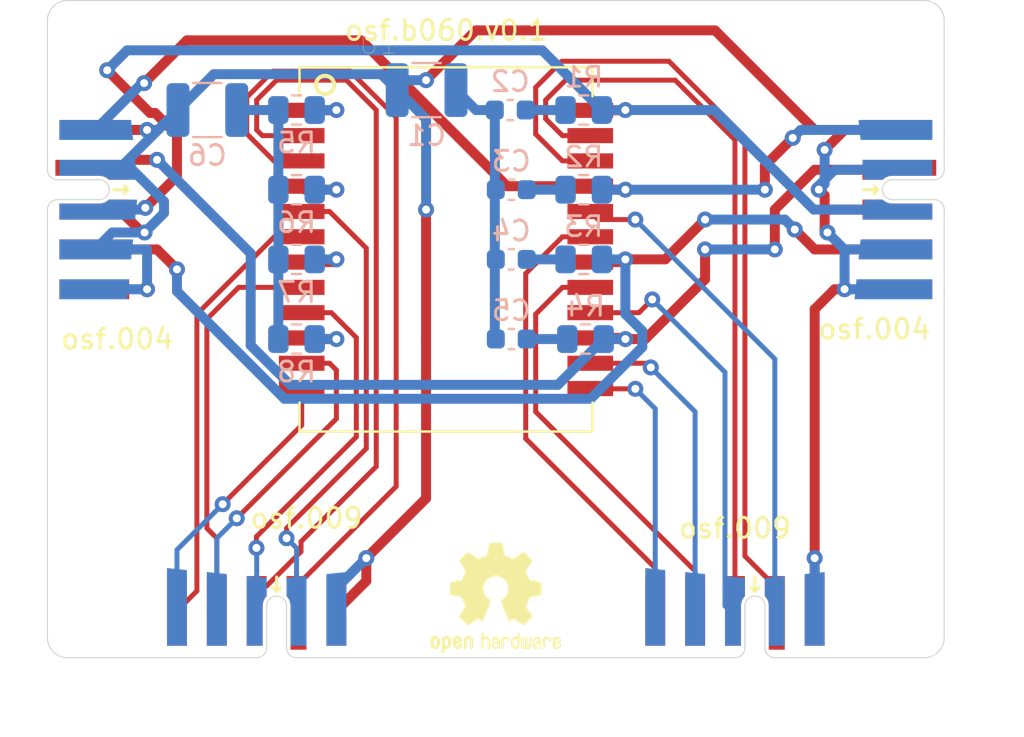
<source format=kicad_pcb>
(kicad_pcb (version 20171130) (host pcbnew "(5.1.8)-1")

  (general
    (thickness 1.6)
    (drawings 17)
    (tracks 279)
    (zones 0)
    (modules 20)
    (nets 32)
  )

  (page A4)
  (layers
    (0 F.Cu signal)
    (31 B.Cu signal)
    (32 B.Adhes user)
    (33 F.Adhes user)
    (34 B.Paste user)
    (35 F.Paste user)
    (36 B.SilkS user)
    (37 F.SilkS user)
    (38 B.Mask user)
    (39 F.Mask user)
    (40 Dwgs.User user)
    (41 Cmts.User user)
    (42 Eco1.User user)
    (43 Eco2.User user)
    (44 Edge.Cuts user)
    (45 Margin user)
    (46 B.CrtYd user)
    (47 F.CrtYd user)
    (48 B.Fab user)
    (49 F.Fab user)
  )

  (setup
    (last_trace_width 0.25)
    (user_trace_width 0.5)
    (trace_clearance 0.2)
    (zone_clearance 0.508)
    (zone_45_only no)
    (trace_min 0.2)
    (via_size 0.8)
    (via_drill 0.4)
    (via_min_size 0.4)
    (via_min_drill 0.3)
    (uvia_size 0.3)
    (uvia_drill 0.1)
    (uvias_allowed no)
    (uvia_min_size 0.2)
    (uvia_min_drill 0.1)
    (edge_width 0.05)
    (segment_width 0.2)
    (pcb_text_width 0.3)
    (pcb_text_size 1.5 1.5)
    (mod_edge_width 0.12)
    (mod_text_size 1 1)
    (mod_text_width 0.15)
    (pad_size 1.524 1.524)
    (pad_drill 0.762)
    (pad_to_mask_clearance 0.051)
    (solder_mask_min_width 0.25)
    (aux_axis_origin 0 0)
    (visible_elements 7FFFFFFF)
    (pcbplotparams
      (layerselection 0x010fc_ffffffff)
      (usegerberextensions false)
      (usegerberattributes false)
      (usegerberadvancedattributes false)
      (creategerberjobfile false)
      (excludeedgelayer true)
      (linewidth 0.100000)
      (plotframeref false)
      (viasonmask false)
      (mode 1)
      (useauxorigin false)
      (hpglpennumber 1)
      (hpglpenspeed 20)
      (hpglpendiameter 15.000000)
      (psnegative false)
      (psa4output false)
      (plotreference true)
      (plotvalue true)
      (plotinvisibletext false)
      (padsonsilk false)
      (subtractmaskfromsilk false)
      (outputformat 1)
      (mirror false)
      (drillshape 0)
      (scaleselection 1)
      (outputdirectory "../../../../../../../../Google Drive/PCBBestellung/08August/060821/"))
  )

  (net 0 "")
  (net 1 "Net-(C1-Pad2)")
  (net 2 Earth)
  (net 3 "Net-(C2-Pad1)")
  (net 4 "Net-(C3-Pad1)")
  (net 5 "Net-(C4-Pad1)")
  (net 6 "Net-(C5-Pad1)")
  (net 7 "Net-(C6-Pad2)")
  (net 8 /CT_78)
  (net 9 /CT_45)
  (net 10 /CT_36)
  (net 11 /CT_12)
  (net 12 "Net-(R5-Pad2)")
  (net 13 "Net-(R6-Pad2)")
  (net 14 "Net-(R7-Pad2)")
  (net 15 "Net-(R8-Pad2)")
  (net 16 "Net-(J19-Pad2)")
  (net 17 "Net-(J19-Pad7)")
  (net 18 "Net-(J19-Pad8)")
  (net 19 "Net-(J19-Pad9)")
  (net 20 "Net-(J19-Pad5)")
  (net 21 "Net-(J19-Pad4)")
  (net 22 "Net-(J19-Pad10)")
  (net 23 "Net-(J21-Pad10)")
  (net 24 "Net-(J21-Pad4)")
  (net 25 "Net-(J21-Pad5)")
  (net 26 "Net-(J21-Pad9)")
  (net 27 "Net-(J21-Pad8)")
  (net 28 "Net-(J21-Pad7)")
  (net 29 "Net-(J21-Pad2)")
  (net 30 "Net-(J19-Pad3)")
  (net 31 "Net-(J21-Pad3)")

  (net_class Default "This is the default net class."
    (clearance 0.2)
    (trace_width 0.25)
    (via_dia 0.8)
    (via_drill 0.4)
    (uvia_dia 0.3)
    (uvia_drill 0.1)
    (add_net /CT_12)
    (add_net /CT_36)
    (add_net /CT_45)
    (add_net /CT_78)
    (add_net Earth)
    (add_net "Net-(C1-Pad2)")
    (add_net "Net-(C2-Pad1)")
    (add_net "Net-(C3-Pad1)")
    (add_net "Net-(C4-Pad1)")
    (add_net "Net-(C5-Pad1)")
    (add_net "Net-(C6-Pad2)")
    (add_net "Net-(J19-Pad10)")
    (add_net "Net-(J19-Pad2)")
    (add_net "Net-(J19-Pad3)")
    (add_net "Net-(J19-Pad4)")
    (add_net "Net-(J19-Pad5)")
    (add_net "Net-(J19-Pad7)")
    (add_net "Net-(J19-Pad8)")
    (add_net "Net-(J19-Pad9)")
    (add_net "Net-(J21-Pad10)")
    (add_net "Net-(J21-Pad2)")
    (add_net "Net-(J21-Pad3)")
    (add_net "Net-(J21-Pad4)")
    (add_net "Net-(J21-Pad5)")
    (add_net "Net-(J21-Pad7)")
    (add_net "Net-(J21-Pad8)")
    (add_net "Net-(J21-Pad9)")
    (add_net "Net-(R5-Pad2)")
    (add_net "Net-(R6-Pad2)")
    (add_net "Net-(R7-Pad2)")
    (add_net "Net-(R8-Pad2)")
  )

  (module on_edge:on_edge_2x05_host (layer F.Cu) (tedit 607DF692) (tstamp 60303E13)
    (at 119 130 180)
    (path /60309A65)
    (attr virtual)
    (fp_text reference J21 (at 0.05 -3.2 90 unlocked) (layer F.Fab)
      (effects (font (size 0.5 0.5) (thickness 0.125)))
    )
    (fp_text value 009_1000BASE-T_2x5 (at -1.2 -2) (layer F.Fab)
      (effects (font (size 1 1) (thickness 0.15)))
    )
    (fp_line (start -1 4.05) (end -1 3.323) (layer F.SilkS) (width 0.153))
    (fp_line (start -0.8 3.523) (end -1 3.323) (layer F.SilkS) (width 0.153))
    (fp_line (start -1 3.323) (end -1.2 3.523) (layer F.SilkS) (width 0.153))
    (fp_line (start -1.5 0.5) (end -1.5 2.6) (layer Edge.Cuts) (width 0.05))
    (fp_line (start -0.5 2.6) (end -0.5 0.5) (layer Edge.Cuts) (width 0.05))
    (fp_line (start -4 0) (end -2 0) (layer Edge.Cuts) (width 0.05))
    (fp_line (start 0 0) (end 4 0) (layer Edge.Cuts) (width 0.05))
    (fp_line (start -5 5) (end 5 5) (layer F.CrtYd) (width 0.05))
    (fp_line (start 5 5) (end 5 -0.5) (layer F.CrtYd) (width 0.05))
    (fp_line (start 5 -0.5) (end -5 -0.5) (layer F.CrtYd) (width 0.05))
    (fp_line (start -5 -0.5) (end -5 5) (layer F.CrtYd) (width 0.05))
    (fp_line (start 5 5) (end -5 5) (layer B.CrtYd) (width 0.05))
    (fp_line (start -5 5) (end -5 -0.5) (layer B.CrtYd) (width 0.05))
    (fp_line (start -5 -0.5) (end 5 -0.5) (layer B.CrtYd) (width 0.05))
    (fp_line (start 5 -0.5) (end 5 5) (layer B.CrtYd) (width 0.05))
    (fp_arc (start 0 0.5) (end 0 0) (angle -90) (layer Edge.Cuts) (width 0.05))
    (fp_arc (start -2 0.5) (end -1.5 0.5) (angle -90) (layer Edge.Cuts) (width 0.05))
    (fp_arc (start -1 2.6) (end -1.5 2.6) (angle -180) (layer Edge.Cuts) (width 0.05))
    (pad 2 smd custom (at -2 3.6 180) (size 1 1) (layers F.Cu F.Mask)
      (net 29 "Net-(J21-Pad2)") (zone_connect 0)
      (options (clearance outline) (anchor rect))
      (primitives
        (gr_poly (pts
           (xy 0.3 -0.99) (xy 0.31 -0.88) (xy 0.33 -0.8) (xy 0.35 -0.74) (xy 0.37 -0.69)
           (xy 0.4 -0.64) (xy 0.44 -0.58) (xy 0.48 -0.53) (xy 0.5 -0.51) (xy 0.5 0.5)
           (xy -0.5 0.5) (xy -0.5 -3.2) (xy 0.3 -3.2)) (width 0))
      ))
    (pad 3 smd custom (at 0 3.6 180) (size 1 1) (layers F.Cu F.Mask)
      (net 31 "Net-(J21-Pad3)") (zone_connect 0)
      (options (clearance outline) (anchor rect))
      (primitives
        (gr_poly (pts
           (xy -0.3 -0.99) (xy -0.31 -0.88) (xy -0.33 -0.8) (xy -0.35 -0.74) (xy -0.37 -0.69)
           (xy -0.4 -0.64) (xy -0.44 -0.58) (xy -0.48 -0.53) (xy -0.5 -0.51) (xy -0.5 0.5)
           (xy 0.5 0.5) (xy 0.5 -3) (xy -0.3 -3)) (width 0))
      ))
    (pad 8 smd custom (at 0 2.1) (size 0.4 0.4) (layers B.Cu B.Mask)
      (net 27 "Net-(J21-Pad8)") (zone_connect 0)
      (options (clearance outline) (anchor rect))
      (primitives
        (gr_poly (pts
           (xy 0.3 -0.51) (xy 0.31 -0.62) (xy 0.33 -0.7) (xy 0.35 -0.76) (xy 0.37 -0.81)
           (xy 0.4 -0.86) (xy 0.44 -0.92) (xy 0.48 -0.97) (xy 0.5 -0.99) (xy 0.5 -1.9)
           (xy -0.5 -2) (xy -0.5 1.5) (xy 0.3 1.5)) (width 0))
      ))
    (pad 7 smd custom (at -2 2.1) (size 0.4 0.4) (layers B.Cu B.Mask)
      (net 28 "Net-(J21-Pad7)") (zone_connect 0)
      (options (clearance outline) (anchor rect))
      (primitives
        (gr_poly (pts
           (xy -0.3 -0.51) (xy -0.31 -0.62) (xy -0.33 -0.7) (xy -0.35 -0.76) (xy -0.37 -0.81)
           (xy -0.4 -0.86) (xy -0.44 -0.92) (xy -0.48 -0.97) (xy -0.5 -0.99) (xy -0.5 -1.9)
           (xy 0.5 -2) (xy 0.5 1.5) (xy -0.3 1.5)) (width 0))
      ))
    (pad 4 smd rect (at 2 2.35 180) (size 1 3.5) (layers F.Cu F.Mask)
      (net 24 "Net-(J21-Pad4)") (zone_connect 0))
    (pad 10 smd custom (at 4 2.5) (size 1 3.8) (layers B.Cu B.Mask)
      (net 23 "Net-(J21-Pad10)") (zone_connect 0)
      (options (clearance outline) (anchor rect))
      (primitives
        (gr_poly (pts
           (xy 0.5 -1.9) (xy -0.5 -2) (xy -0.5 -1.9)) (width 0))
      ))
    (pad 9 smd custom (at 2 2.4) (size 1 3.6) (layers B.Cu B.Mask)
      (net 26 "Net-(J21-Pad9)") (zone_connect 0)
      (options (clearance outline) (anchor rect))
      (primitives
        (gr_poly (pts
           (xy 0.5 -1.8) (xy -0.5 -1.9) (xy -0.5 -1.8)) (width 0))
      ))
    (pad 6 smd custom (at -4 2.4) (size 1 3.6) (layers B.Cu B.Mask)
      (net 2 Earth) (zone_connect 0)
      (options (clearance outline) (anchor rect))
      (primitives
        (gr_poly (pts
           (xy 0.5 -1.8) (xy 0.5 -1.9) (xy -0.5 -1.8)) (width 0))
      ))
    (pad 5 smd rect (at 4 2.35 180) (size 1 3.5) (layers F.Cu F.Mask)
      (net 25 "Net-(J21-Pad5)") (zone_connect 0))
    (pad 1 smd rect (at -4 2.35 180) (size 1 3.5) (layers F.Cu F.Mask)
      (net 2 Earth) (zone_connect 0))
  )

  (module Symbol:OSHW-Logo2_7.3x6mm_SilkScreen (layer F.Cu) (tedit 0) (tstamp 610C5D6E)
    (at 131 127)
    (descr "Open Source Hardware Symbol")
    (tags "Logo Symbol OSHW")
    (path /610C9076)
    (attr virtual)
    (fp_text reference l1 (at 0 0) (layer F.SilkS) hide
      (effects (font (size 1 1) (thickness 0.15)))
    )
    (fp_text value Logo_Open_Hardware_Large (at 0.75 0) (layer F.Fab) hide
      (effects (font (size 1 1) (thickness 0.15)))
    )
    (fp_poly (pts (xy -2.400256 1.919918) (xy -2.344799 1.947568) (xy -2.295852 1.99848) (xy -2.282371 2.017338)
      (xy -2.267686 2.042015) (xy -2.258158 2.068816) (xy -2.252707 2.104587) (xy -2.250253 2.156169)
      (xy -2.249714 2.224267) (xy -2.252148 2.317588) (xy -2.260606 2.387657) (xy -2.276826 2.439931)
      (xy -2.302546 2.479869) (xy -2.339503 2.512929) (xy -2.342218 2.514886) (xy -2.37864 2.534908)
      (xy -2.422498 2.544815) (xy -2.478276 2.547257) (xy -2.568952 2.547257) (xy -2.56899 2.635283)
      (xy -2.569834 2.684308) (xy -2.574976 2.713065) (xy -2.588413 2.730311) (xy -2.614142 2.744808)
      (xy -2.620321 2.747769) (xy -2.649236 2.761648) (xy -2.671624 2.770414) (xy -2.688271 2.771171)
      (xy -2.699964 2.761023) (xy -2.70749 2.737073) (xy -2.711634 2.696426) (xy -2.713185 2.636186)
      (xy -2.712929 2.553455) (xy -2.711651 2.445339) (xy -2.711252 2.413) (xy -2.709815 2.301524)
      (xy -2.708528 2.228603) (xy -2.569029 2.228603) (xy -2.568245 2.290499) (xy -2.56476 2.330997)
      (xy -2.556876 2.357708) (xy -2.542895 2.378244) (xy -2.533403 2.38826) (xy -2.494596 2.417567)
      (xy -2.460237 2.419952) (xy -2.424784 2.39575) (xy -2.423886 2.394857) (xy -2.409461 2.376153)
      (xy -2.400687 2.350732) (xy -2.396261 2.311584) (xy -2.394882 2.251697) (xy -2.394857 2.23843)
      (xy -2.398188 2.155901) (xy -2.409031 2.098691) (xy -2.42866 2.063766) (xy -2.45835 2.048094)
      (xy -2.475509 2.046514) (xy -2.516234 2.053926) (xy -2.544168 2.07833) (xy -2.560983 2.12298)
      (xy -2.56835 2.19113) (xy -2.569029 2.228603) (xy -2.708528 2.228603) (xy -2.708292 2.215245)
      (xy -2.706323 2.150333) (xy -2.70355 2.102958) (xy -2.699612 2.06929) (xy -2.694151 2.045498)
      (xy -2.686808 2.027753) (xy -2.677223 2.012224) (xy -2.673113 2.006381) (xy -2.618595 1.951185)
      (xy -2.549664 1.91989) (xy -2.469928 1.911165) (xy -2.400256 1.919918)) (layer F.SilkS) (width 0.01))
    (fp_poly (pts (xy -1.283907 1.92778) (xy -1.237328 1.954723) (xy -1.204943 1.981466) (xy -1.181258 2.009484)
      (xy -1.164941 2.043748) (xy -1.154661 2.089227) (xy -1.149086 2.150892) (xy -1.146884 2.233711)
      (xy -1.146629 2.293246) (xy -1.146629 2.512391) (xy -1.208314 2.540044) (xy -1.27 2.567697)
      (xy -1.277257 2.32767) (xy -1.280256 2.238028) (xy -1.283402 2.172962) (xy -1.287299 2.128026)
      (xy -1.292553 2.09877) (xy -1.299769 2.080748) (xy -1.30955 2.069511) (xy -1.312688 2.067079)
      (xy -1.360239 2.048083) (xy -1.408303 2.0556) (xy -1.436914 2.075543) (xy -1.448553 2.089675)
      (xy -1.456609 2.10822) (xy -1.461729 2.136334) (xy -1.464559 2.179173) (xy -1.465744 2.241895)
      (xy -1.465943 2.307261) (xy -1.465982 2.389268) (xy -1.467386 2.447316) (xy -1.472086 2.486465)
      (xy -1.482013 2.51178) (xy -1.499097 2.528323) (xy -1.525268 2.541156) (xy -1.560225 2.554491)
      (xy -1.598404 2.569007) (xy -1.593859 2.311389) (xy -1.592029 2.218519) (xy -1.589888 2.149889)
      (xy -1.586819 2.100711) (xy -1.582206 2.066198) (xy -1.575432 2.041562) (xy -1.565881 2.022016)
      (xy -1.554366 2.00477) (xy -1.49881 1.94968) (xy -1.43102 1.917822) (xy -1.357287 1.910191)
      (xy -1.283907 1.92778)) (layer F.SilkS) (width 0.01))
    (fp_poly (pts (xy -2.958885 1.921962) (xy -2.890855 1.957733) (xy -2.840649 2.015301) (xy -2.822815 2.052312)
      (xy -2.808937 2.107882) (xy -2.801833 2.178096) (xy -2.80116 2.254727) (xy -2.806573 2.329552)
      (xy -2.81773 2.394342) (xy -2.834286 2.440873) (xy -2.839374 2.448887) (xy -2.899645 2.508707)
      (xy -2.971231 2.544535) (xy -3.048908 2.55502) (xy -3.127452 2.53881) (xy -3.149311 2.529092)
      (xy -3.191878 2.499143) (xy -3.229237 2.459433) (xy -3.232768 2.454397) (xy -3.247119 2.430124)
      (xy -3.256606 2.404178) (xy -3.26221 2.370022) (xy -3.264914 2.321119) (xy -3.265701 2.250935)
      (xy -3.265714 2.2352) (xy -3.265678 2.230192) (xy -3.120571 2.230192) (xy -3.119727 2.29643)
      (xy -3.116404 2.340386) (xy -3.109417 2.368779) (xy -3.097584 2.388325) (xy -3.091543 2.394857)
      (xy -3.056814 2.41968) (xy -3.023097 2.418548) (xy -2.989005 2.397016) (xy -2.968671 2.374029)
      (xy -2.956629 2.340478) (xy -2.949866 2.287569) (xy -2.949402 2.281399) (xy -2.948248 2.185513)
      (xy -2.960312 2.114299) (xy -2.98543 2.068194) (xy -3.02344 2.047635) (xy -3.037008 2.046514)
      (xy -3.072636 2.052152) (xy -3.097006 2.071686) (xy -3.111907 2.109042) (xy -3.119125 2.16815)
      (xy -3.120571 2.230192) (xy -3.265678 2.230192) (xy -3.265174 2.160413) (xy -3.262904 2.108159)
      (xy -3.257932 2.071949) (xy -3.249287 2.045299) (xy -3.235995 2.021722) (xy -3.233057 2.017338)
      (xy -3.183687 1.958249) (xy -3.129891 1.923947) (xy -3.064398 1.910331) (xy -3.042158 1.909665)
      (xy -2.958885 1.921962)) (layer F.SilkS) (width 0.01))
    (fp_poly (pts (xy -1.831697 1.931239) (xy -1.774473 1.969735) (xy -1.730251 2.025335) (xy -1.703833 2.096086)
      (xy -1.69849 2.148162) (xy -1.699097 2.169893) (xy -1.704178 2.186531) (xy -1.718145 2.201437)
      (xy -1.745411 2.217973) (xy -1.790388 2.239498) (xy -1.857489 2.269374) (xy -1.857829 2.269524)
      (xy -1.919593 2.297813) (xy -1.970241 2.322933) (xy -2.004596 2.342179) (xy -2.017482 2.352848)
      (xy -2.017486 2.352934) (xy -2.006128 2.376166) (xy -1.979569 2.401774) (xy -1.949077 2.420221)
      (xy -1.93363 2.423886) (xy -1.891485 2.411212) (xy -1.855192 2.379471) (xy -1.837483 2.344572)
      (xy -1.820448 2.318845) (xy -1.787078 2.289546) (xy -1.747851 2.264235) (xy -1.713244 2.250471)
      (xy -1.706007 2.249714) (xy -1.697861 2.26216) (xy -1.69737 2.293972) (xy -1.703357 2.336866)
      (xy -1.714643 2.382558) (xy -1.73005 2.422761) (xy -1.730829 2.424322) (xy -1.777196 2.489062)
      (xy -1.837289 2.533097) (xy -1.905535 2.554711) (xy -1.976362 2.552185) (xy -2.044196 2.523804)
      (xy -2.047212 2.521808) (xy -2.100573 2.473448) (xy -2.13566 2.410352) (xy -2.155078 2.327387)
      (xy -2.157684 2.304078) (xy -2.162299 2.194055) (xy -2.156767 2.142748) (xy -2.017486 2.142748)
      (xy -2.015676 2.174753) (xy -2.005778 2.184093) (xy -1.981102 2.177105) (xy -1.942205 2.160587)
      (xy -1.898725 2.139881) (xy -1.897644 2.139333) (xy -1.860791 2.119949) (xy -1.846 2.107013)
      (xy -1.849647 2.093451) (xy -1.865005 2.075632) (xy -1.904077 2.049845) (xy -1.946154 2.04795)
      (xy -1.983897 2.066717) (xy -2.009966 2.102915) (xy -2.017486 2.142748) (xy -2.156767 2.142748)
      (xy -2.152806 2.106027) (xy -2.12845 2.036212) (xy -2.094544 1.987302) (xy -2.033347 1.937878)
      (xy -1.965937 1.913359) (xy -1.89712 1.911797) (xy -1.831697 1.931239)) (layer F.SilkS) (width 0.01))
    (fp_poly (pts (xy -0.624114 1.851289) (xy -0.619861 1.910613) (xy -0.614975 1.945572) (xy -0.608205 1.96082)
      (xy -0.598298 1.961015) (xy -0.595086 1.959195) (xy -0.552356 1.946015) (xy -0.496773 1.946785)
      (xy -0.440263 1.960333) (xy -0.404918 1.977861) (xy -0.368679 2.005861) (xy -0.342187 2.037549)
      (xy -0.324001 2.077813) (xy -0.312678 2.131543) (xy -0.306778 2.203626) (xy -0.304857 2.298951)
      (xy -0.304823 2.317237) (xy -0.3048 2.522646) (xy -0.350509 2.53858) (xy -0.382973 2.54942)
      (xy -0.400785 2.554468) (xy -0.401309 2.554514) (xy -0.403063 2.540828) (xy -0.404556 2.503076)
      (xy -0.405674 2.446224) (xy -0.406303 2.375234) (xy -0.4064 2.332073) (xy -0.406602 2.246973)
      (xy -0.407642 2.185981) (xy -0.410169 2.144177) (xy -0.414836 2.116642) (xy -0.422293 2.098456)
      (xy -0.433189 2.084698) (xy -0.439993 2.078073) (xy -0.486728 2.051375) (xy -0.537728 2.049375)
      (xy -0.583999 2.071955) (xy -0.592556 2.080107) (xy -0.605107 2.095436) (xy -0.613812 2.113618)
      (xy -0.619369 2.139909) (xy -0.622474 2.179562) (xy -0.623824 2.237832) (xy -0.624114 2.318173)
      (xy -0.624114 2.522646) (xy -0.669823 2.53858) (xy -0.702287 2.54942) (xy -0.720099 2.554468)
      (xy -0.720623 2.554514) (xy -0.721963 2.540623) (xy -0.723172 2.501439) (xy -0.724199 2.4407)
      (xy -0.724998 2.362141) (xy -0.725519 2.269498) (xy -0.725714 2.166509) (xy -0.725714 1.769342)
      (xy -0.678543 1.749444) (xy -0.631371 1.729547) (xy -0.624114 1.851289)) (layer F.SilkS) (width 0.01))
    (fp_poly (pts (xy 0.039744 1.950968) (xy 0.096616 1.972087) (xy 0.097267 1.972493) (xy 0.13244 1.99838)
      (xy 0.158407 2.028633) (xy 0.17667 2.068058) (xy 0.188732 2.121462) (xy 0.196096 2.193651)
      (xy 0.200264 2.289432) (xy 0.200629 2.303078) (xy 0.205876 2.508842) (xy 0.161716 2.531678)
      (xy 0.129763 2.54711) (xy 0.11047 2.554423) (xy 0.109578 2.554514) (xy 0.106239 2.541022)
      (xy 0.103587 2.504626) (xy 0.101956 2.451452) (xy 0.1016 2.408393) (xy 0.101592 2.338641)
      (xy 0.098403 2.294837) (xy 0.087288 2.273944) (xy 0.063501 2.272925) (xy 0.022296 2.288741)
      (xy -0.039914 2.317815) (xy -0.085659 2.341963) (xy -0.109187 2.362913) (xy -0.116104 2.385747)
      (xy -0.116114 2.386877) (xy -0.104701 2.426212) (xy -0.070908 2.447462) (xy -0.019191 2.450539)
      (xy 0.018061 2.450006) (xy 0.037703 2.460735) (xy 0.049952 2.486505) (xy 0.057002 2.519337)
      (xy 0.046842 2.537966) (xy 0.043017 2.540632) (xy 0.007001 2.55134) (xy -0.043434 2.552856)
      (xy -0.095374 2.545759) (xy -0.132178 2.532788) (xy -0.183062 2.489585) (xy -0.211986 2.429446)
      (xy -0.217714 2.382462) (xy -0.213343 2.340082) (xy -0.197525 2.305488) (xy -0.166203 2.274763)
      (xy -0.115322 2.24399) (xy -0.040824 2.209252) (xy -0.036286 2.207288) (xy 0.030821 2.176287)
      (xy 0.072232 2.150862) (xy 0.089981 2.128014) (xy 0.086107 2.104745) (xy 0.062643 2.078056)
      (xy 0.055627 2.071914) (xy 0.00863 2.0481) (xy -0.040067 2.049103) (xy -0.082478 2.072451)
      (xy -0.110616 2.115675) (xy -0.113231 2.12416) (xy -0.138692 2.165308) (xy -0.170999 2.185128)
      (xy -0.217714 2.20477) (xy -0.217714 2.15395) (xy -0.203504 2.080082) (xy -0.161325 2.012327)
      (xy -0.139376 1.989661) (xy -0.089483 1.960569) (xy -0.026033 1.9474) (xy 0.039744 1.950968)) (layer F.SilkS) (width 0.01))
    (fp_poly (pts (xy 0.529926 1.949755) (xy 0.595858 1.974084) (xy 0.649273 2.017117) (xy 0.670164 2.047409)
      (xy 0.692939 2.102994) (xy 0.692466 2.143186) (xy 0.668562 2.170217) (xy 0.659717 2.174813)
      (xy 0.62153 2.189144) (xy 0.602028 2.185472) (xy 0.595422 2.161407) (xy 0.595086 2.148114)
      (xy 0.582992 2.09921) (xy 0.551471 2.064999) (xy 0.507659 2.048476) (xy 0.458695 2.052634)
      (xy 0.418894 2.074227) (xy 0.40545 2.086544) (xy 0.395921 2.101487) (xy 0.389485 2.124075)
      (xy 0.385317 2.159328) (xy 0.382597 2.212266) (xy 0.380502 2.287907) (xy 0.37996 2.311857)
      (xy 0.377981 2.39379) (xy 0.375731 2.451455) (xy 0.372357 2.489608) (xy 0.367006 2.513004)
      (xy 0.358824 2.526398) (xy 0.346959 2.534545) (xy 0.339362 2.538144) (xy 0.307102 2.550452)
      (xy 0.288111 2.554514) (xy 0.281836 2.540948) (xy 0.278006 2.499934) (xy 0.2766 2.430999)
      (xy 0.277598 2.333669) (xy 0.277908 2.318657) (xy 0.280101 2.229859) (xy 0.282693 2.165019)
      (xy 0.286382 2.119067) (xy 0.291864 2.086935) (xy 0.299835 2.063553) (xy 0.310993 2.043852)
      (xy 0.31683 2.03541) (xy 0.350296 1.998057) (xy 0.387727 1.969003) (xy 0.392309 1.966467)
      (xy 0.459426 1.946443) (xy 0.529926 1.949755)) (layer F.SilkS) (width 0.01))
    (fp_poly (pts (xy 1.190117 2.065358) (xy 1.189933 2.173837) (xy 1.189219 2.257287) (xy 1.187675 2.319704)
      (xy 1.185001 2.365085) (xy 1.180894 2.397429) (xy 1.175055 2.420733) (xy 1.167182 2.438995)
      (xy 1.161221 2.449418) (xy 1.111855 2.505945) (xy 1.049264 2.541377) (xy 0.980013 2.55409)
      (xy 0.910668 2.542463) (xy 0.869375 2.521568) (xy 0.826025 2.485422) (xy 0.796481 2.441276)
      (xy 0.778655 2.383462) (xy 0.770463 2.306313) (xy 0.769302 2.249714) (xy 0.769458 2.245647)
      (xy 0.870857 2.245647) (xy 0.871476 2.31055) (xy 0.874314 2.353514) (xy 0.88084 2.381622)
      (xy 0.892523 2.401953) (xy 0.906483 2.417288) (xy 0.953365 2.44689) (xy 1.003701 2.449419)
      (xy 1.051276 2.424705) (xy 1.054979 2.421356) (xy 1.070783 2.403935) (xy 1.080693 2.383209)
      (xy 1.086058 2.352362) (xy 1.088228 2.304577) (xy 1.088571 2.251748) (xy 1.087827 2.185381)
      (xy 1.084748 2.141106) (xy 1.078061 2.112009) (xy 1.066496 2.091173) (xy 1.057013 2.080107)
      (xy 1.01296 2.052198) (xy 0.962224 2.048843) (xy 0.913796 2.070159) (xy 0.90445 2.078073)
      (xy 0.88854 2.095647) (xy 0.87861 2.116587) (xy 0.873278 2.147782) (xy 0.871163 2.196122)
      (xy 0.870857 2.245647) (xy 0.769458 2.245647) (xy 0.77281 2.158568) (xy 0.784726 2.090086)
      (xy 0.807135 2.0386) (xy 0.842124 1.998443) (xy 0.869375 1.977861) (xy 0.918907 1.955625)
      (xy 0.976316 1.945304) (xy 1.029682 1.948067) (xy 1.059543 1.959212) (xy 1.071261 1.962383)
      (xy 1.079037 1.950557) (xy 1.084465 1.918866) (xy 1.088571 1.870593) (xy 1.093067 1.816829)
      (xy 1.099313 1.784482) (xy 1.110676 1.765985) (xy 1.130528 1.75377) (xy 1.143 1.748362)
      (xy 1.190171 1.728601) (xy 1.190117 2.065358)) (layer F.SilkS) (width 0.01))
    (fp_poly (pts (xy 1.779833 1.958663) (xy 1.782048 1.99685) (xy 1.783784 2.054886) (xy 1.784899 2.12818)
      (xy 1.785257 2.205055) (xy 1.785257 2.465196) (xy 1.739326 2.511127) (xy 1.707675 2.539429)
      (xy 1.67989 2.550893) (xy 1.641915 2.550168) (xy 1.62684 2.548321) (xy 1.579726 2.542948)
      (xy 1.540756 2.539869) (xy 1.531257 2.539585) (xy 1.499233 2.541445) (xy 1.453432 2.546114)
      (xy 1.435674 2.548321) (xy 1.392057 2.551735) (xy 1.362745 2.54432) (xy 1.33368 2.521427)
      (xy 1.323188 2.511127) (xy 1.277257 2.465196) (xy 1.277257 1.978602) (xy 1.314226 1.961758)
      (xy 1.346059 1.949282) (xy 1.364683 1.944914) (xy 1.369458 1.958718) (xy 1.373921 1.997286)
      (xy 1.377775 2.056356) (xy 1.380722 2.131663) (xy 1.382143 2.195286) (xy 1.386114 2.445657)
      (xy 1.420759 2.450556) (xy 1.452268 2.447131) (xy 1.467708 2.436041) (xy 1.472023 2.415308)
      (xy 1.475708 2.371145) (xy 1.478469 2.309146) (xy 1.480012 2.234909) (xy 1.480235 2.196706)
      (xy 1.480457 1.976783) (xy 1.526166 1.960849) (xy 1.558518 1.950015) (xy 1.576115 1.944962)
      (xy 1.576623 1.944914) (xy 1.578388 1.958648) (xy 1.580329 1.99673) (xy 1.582282 2.054482)
      (xy 1.584084 2.127227) (xy 1.585343 2.195286) (xy 1.589314 2.445657) (xy 1.6764 2.445657)
      (xy 1.680396 2.21724) (xy 1.684392 1.988822) (xy 1.726847 1.966868) (xy 1.758192 1.951793)
      (xy 1.776744 1.944951) (xy 1.777279 1.944914) (xy 1.779833 1.958663)) (layer F.SilkS) (width 0.01))
    (fp_poly (pts (xy 2.144876 1.956335) (xy 2.186667 1.975344) (xy 2.219469 1.998378) (xy 2.243503 2.024133)
      (xy 2.260097 2.057358) (xy 2.270577 2.1028) (xy 2.276271 2.165207) (xy 2.278507 2.249327)
      (xy 2.278743 2.304721) (xy 2.278743 2.520826) (xy 2.241774 2.53767) (xy 2.212656 2.549981)
      (xy 2.198231 2.554514) (xy 2.195472 2.541025) (xy 2.193282 2.504653) (xy 2.191942 2.451542)
      (xy 2.191657 2.409372) (xy 2.190434 2.348447) (xy 2.187136 2.300115) (xy 2.182321 2.270518)
      (xy 2.178496 2.264229) (xy 2.152783 2.270652) (xy 2.112418 2.287125) (xy 2.065679 2.309458)
      (xy 2.020845 2.333457) (xy 1.986193 2.35493) (xy 1.970002 2.369685) (xy 1.969938 2.369845)
      (xy 1.97133 2.397152) (xy 1.983818 2.423219) (xy 2.005743 2.444392) (xy 2.037743 2.451474)
      (xy 2.065092 2.450649) (xy 2.103826 2.450042) (xy 2.124158 2.459116) (xy 2.136369 2.483092)
      (xy 2.137909 2.487613) (xy 2.143203 2.521806) (xy 2.129047 2.542568) (xy 2.092148 2.552462)
      (xy 2.052289 2.554292) (xy 1.980562 2.540727) (xy 1.943432 2.521355) (xy 1.897576 2.475845)
      (xy 1.873256 2.419983) (xy 1.871073 2.360957) (xy 1.891629 2.305953) (xy 1.922549 2.271486)
      (xy 1.95342 2.252189) (xy 2.001942 2.227759) (xy 2.058485 2.202985) (xy 2.06791 2.199199)
      (xy 2.130019 2.171791) (xy 2.165822 2.147634) (xy 2.177337 2.123619) (xy 2.16658 2.096635)
      (xy 2.148114 2.075543) (xy 2.104469 2.049572) (xy 2.056446 2.047624) (xy 2.012406 2.067637)
      (xy 1.980709 2.107551) (xy 1.976549 2.117848) (xy 1.952327 2.155724) (xy 1.916965 2.183842)
      (xy 1.872343 2.206917) (xy 1.872343 2.141485) (xy 1.874969 2.101506) (xy 1.88623 2.069997)
      (xy 1.911199 2.036378) (xy 1.935169 2.010484) (xy 1.972441 1.973817) (xy 2.001401 1.954121)
      (xy 2.032505 1.94622) (xy 2.067713 1.944914) (xy 2.144876 1.956335)) (layer F.SilkS) (width 0.01))
    (fp_poly (pts (xy 2.6526 1.958752) (xy 2.669948 1.966334) (xy 2.711356 1.999128) (xy 2.746765 2.046547)
      (xy 2.768664 2.097151) (xy 2.772229 2.122098) (xy 2.760279 2.156927) (xy 2.734067 2.175357)
      (xy 2.705964 2.186516) (xy 2.693095 2.188572) (xy 2.686829 2.173649) (xy 2.674456 2.141175)
      (xy 2.669028 2.126502) (xy 2.63859 2.075744) (xy 2.59452 2.050427) (xy 2.53801 2.051206)
      (xy 2.533825 2.052203) (xy 2.503655 2.066507) (xy 2.481476 2.094393) (xy 2.466327 2.139287)
      (xy 2.45725 2.204615) (xy 2.453286 2.293804) (xy 2.452914 2.341261) (xy 2.45273 2.416071)
      (xy 2.451522 2.467069) (xy 2.448309 2.499471) (xy 2.442109 2.518495) (xy 2.43194 2.529356)
      (xy 2.416819 2.537272) (xy 2.415946 2.53767) (xy 2.386828 2.549981) (xy 2.372403 2.554514)
      (xy 2.370186 2.540809) (xy 2.368289 2.502925) (xy 2.366847 2.445715) (xy 2.365998 2.374027)
      (xy 2.365829 2.321565) (xy 2.366692 2.220047) (xy 2.37007 2.143032) (xy 2.377142 2.086023)
      (xy 2.389088 2.044526) (xy 2.40709 2.014043) (xy 2.432327 1.99008) (xy 2.457247 1.973355)
      (xy 2.517171 1.951097) (xy 2.586911 1.946076) (xy 2.6526 1.958752)) (layer F.SilkS) (width 0.01))
    (fp_poly (pts (xy 3.153595 1.966966) (xy 3.211021 2.004497) (xy 3.238719 2.038096) (xy 3.260662 2.099064)
      (xy 3.262405 2.147308) (xy 3.258457 2.211816) (xy 3.109686 2.276934) (xy 3.037349 2.310202)
      (xy 2.990084 2.336964) (xy 2.965507 2.360144) (xy 2.961237 2.382667) (xy 2.974889 2.407455)
      (xy 2.989943 2.423886) (xy 3.033746 2.450235) (xy 3.081389 2.452081) (xy 3.125145 2.431546)
      (xy 3.157289 2.390752) (xy 3.163038 2.376347) (xy 3.190576 2.331356) (xy 3.222258 2.312182)
      (xy 3.265714 2.295779) (xy 3.265714 2.357966) (xy 3.261872 2.400283) (xy 3.246823 2.435969)
      (xy 3.21528 2.476943) (xy 3.210592 2.482267) (xy 3.175506 2.51872) (xy 3.145347 2.538283)
      (xy 3.107615 2.547283) (xy 3.076335 2.55023) (xy 3.020385 2.550965) (xy 2.980555 2.54166)
      (xy 2.955708 2.527846) (xy 2.916656 2.497467) (xy 2.889625 2.464613) (xy 2.872517 2.423294)
      (xy 2.863238 2.367521) (xy 2.859693 2.291305) (xy 2.85941 2.252622) (xy 2.860372 2.206247)
      (xy 2.948007 2.206247) (xy 2.949023 2.231126) (xy 2.951556 2.2352) (xy 2.968274 2.229665)
      (xy 3.004249 2.215017) (xy 3.052331 2.19419) (xy 3.062386 2.189714) (xy 3.123152 2.158814)
      (xy 3.156632 2.131657) (xy 3.16399 2.10622) (xy 3.146391 2.080481) (xy 3.131856 2.069109)
      (xy 3.07941 2.046364) (xy 3.030322 2.050122) (xy 2.989227 2.077884) (xy 2.960758 2.127152)
      (xy 2.951631 2.166257) (xy 2.948007 2.206247) (xy 2.860372 2.206247) (xy 2.861285 2.162249)
      (xy 2.868196 2.095384) (xy 2.881884 2.046695) (xy 2.904096 2.010849) (xy 2.936574 1.982513)
      (xy 2.950733 1.973355) (xy 3.015053 1.949507) (xy 3.085473 1.948006) (xy 3.153595 1.966966)) (layer F.SilkS) (width 0.01))
    (fp_poly (pts (xy 0.10391 -2.757652) (xy 0.182454 -2.757222) (xy 0.239298 -2.756058) (xy 0.278105 -2.753793)
      (xy 0.302538 -2.75006) (xy 0.316262 -2.744494) (xy 0.32294 -2.736727) (xy 0.326236 -2.726395)
      (xy 0.326556 -2.725057) (xy 0.331562 -2.700921) (xy 0.340829 -2.653299) (xy 0.353392 -2.587259)
      (xy 0.368287 -2.507872) (xy 0.384551 -2.420204) (xy 0.385119 -2.417125) (xy 0.40141 -2.331211)
      (xy 0.416652 -2.255304) (xy 0.429861 -2.193955) (xy 0.440054 -2.151718) (xy 0.446248 -2.133145)
      (xy 0.446543 -2.132816) (xy 0.464788 -2.123747) (xy 0.502405 -2.108633) (xy 0.551271 -2.090738)
      (xy 0.551543 -2.090642) (xy 0.613093 -2.067507) (xy 0.685657 -2.038035) (xy 0.754057 -2.008403)
      (xy 0.757294 -2.006938) (xy 0.868702 -1.956374) (xy 1.115399 -2.12484) (xy 1.191077 -2.176197)
      (xy 1.259631 -2.222111) (xy 1.317088 -2.25997) (xy 1.359476 -2.287163) (xy 1.382825 -2.301079)
      (xy 1.385042 -2.302111) (xy 1.40201 -2.297516) (xy 1.433701 -2.275345) (xy 1.481352 -2.234553)
      (xy 1.546198 -2.174095) (xy 1.612397 -2.109773) (xy 1.676214 -2.046388) (xy 1.733329 -1.988549)
      (xy 1.780305 -1.939825) (xy 1.813703 -1.90379) (xy 1.830085 -1.884016) (xy 1.830694 -1.882998)
      (xy 1.832505 -1.869428) (xy 1.825683 -1.847267) (xy 1.80854 -1.813522) (xy 1.779393 -1.7652)
      (xy 1.736555 -1.699308) (xy 1.679448 -1.614483) (xy 1.628766 -1.539823) (xy 1.583461 -1.47286)
      (xy 1.54615 -1.417484) (xy 1.519452 -1.37758) (xy 1.505985 -1.357038) (xy 1.505137 -1.355644)
      (xy 1.506781 -1.335962) (xy 1.519245 -1.297707) (xy 1.540048 -1.248111) (xy 1.547462 -1.232272)
      (xy 1.579814 -1.16171) (xy 1.614328 -1.081647) (xy 1.642365 -1.012371) (xy 1.662568 -0.960955)
      (xy 1.678615 -0.921881) (xy 1.687888 -0.901459) (xy 1.689041 -0.899886) (xy 1.706096 -0.897279)
      (xy 1.746298 -0.890137) (xy 1.804302 -0.879477) (xy 1.874763 -0.866315) (xy 1.952335 -0.851667)
      (xy 2.031672 -0.836551) (xy 2.107431 -0.821982) (xy 2.174264 -0.808978) (xy 2.226828 -0.798555)
      (xy 2.259776 -0.79173) (xy 2.267857 -0.789801) (xy 2.276205 -0.785038) (xy 2.282506 -0.774282)
      (xy 2.287045 -0.753902) (xy 2.290104 -0.720266) (xy 2.291967 -0.669745) (xy 2.292918 -0.598708)
      (xy 2.29324 -0.503524) (xy 2.293257 -0.464508) (xy 2.293257 -0.147201) (xy 2.217057 -0.132161)
      (xy 2.174663 -0.124005) (xy 2.1114 -0.112101) (xy 2.034962 -0.097884) (xy 1.953043 -0.08279)
      (xy 1.9304 -0.078645) (xy 1.854806 -0.063947) (xy 1.788953 -0.049495) (xy 1.738366 -0.036625)
      (xy 1.708574 -0.026678) (xy 1.703612 -0.023713) (xy 1.691426 -0.002717) (xy 1.673953 0.037967)
      (xy 1.654577 0.090322) (xy 1.650734 0.1016) (xy 1.625339 0.171523) (xy 1.593817 0.250418)
      (xy 1.562969 0.321266) (xy 1.562817 0.321595) (xy 1.511447 0.432733) (xy 1.680399 0.681253)
      (xy 1.849352 0.929772) (xy 1.632429 1.147058) (xy 1.566819 1.211726) (xy 1.506979 1.268733)
      (xy 1.456267 1.315033) (xy 1.418046 1.347584) (xy 1.395675 1.363343) (xy 1.392466 1.364343)
      (xy 1.373626 1.356469) (xy 1.33518 1.334578) (xy 1.28133 1.301267) (xy 1.216276 1.259131)
      (xy 1.14594 1.211943) (xy 1.074555 1.16381) (xy 1.010908 1.121928) (xy 0.959041 1.088871)
      (xy 0.922995 1.067218) (xy 0.906867 1.059543) (xy 0.887189 1.066037) (xy 0.849875 1.08315)
      (xy 0.802621 1.107326) (xy 0.797612 1.110013) (xy 0.733977 1.141927) (xy 0.690341 1.157579)
      (xy 0.663202 1.157745) (xy 0.649057 1.143204) (xy 0.648975 1.143) (xy 0.641905 1.125779)
      (xy 0.625042 1.084899) (xy 0.599695 1.023525) (xy 0.567171 0.944819) (xy 0.528778 0.851947)
      (xy 0.485822 0.748072) (xy 0.444222 0.647502) (xy 0.398504 0.536516) (xy 0.356526 0.433703)
      (xy 0.319548 0.342215) (xy 0.288827 0.265201) (xy 0.265622 0.205815) (xy 0.25119 0.167209)
      (xy 0.246743 0.1528) (xy 0.257896 0.136272) (xy 0.287069 0.10993) (xy 0.325971 0.080887)
      (xy 0.436757 -0.010961) (xy 0.523351 -0.116241) (xy 0.584716 -0.232734) (xy 0.619815 -0.358224)
      (xy 0.627608 -0.490493) (xy 0.621943 -0.551543) (xy 0.591078 -0.678205) (xy 0.53792 -0.790059)
      (xy 0.465767 -0.885999) (xy 0.377917 -0.964924) (xy 0.277665 -1.02573) (xy 0.16831 -1.067313)
      (xy 0.053147 -1.088572) (xy -0.064525 -1.088401) (xy -0.18141 -1.065699) (xy -0.294211 -1.019362)
      (xy -0.399631 -0.948287) (xy -0.443632 -0.908089) (xy -0.528021 -0.804871) (xy -0.586778 -0.692075)
      (xy -0.620296 -0.57299) (xy -0.628965 -0.450905) (xy -0.613177 -0.329107) (xy -0.573322 -0.210884)
      (xy -0.509793 -0.099525) (xy -0.422979 0.001684) (xy -0.325971 0.080887) (xy -0.285563 0.111162)
      (xy -0.257018 0.137219) (xy -0.246743 0.152825) (xy -0.252123 0.169843) (xy -0.267425 0.2105)
      (xy -0.291388 0.271642) (xy -0.322756 0.350119) (xy -0.360268 0.44278) (xy -0.402667 0.546472)
      (xy -0.444337 0.647526) (xy -0.49031 0.758607) (xy -0.532893 0.861541) (xy -0.570779 0.953165)
      (xy -0.60266 1.030316) (xy -0.627229 1.089831) (xy -0.64318 1.128544) (xy -0.64909 1.143)
      (xy -0.663052 1.157685) (xy -0.69006 1.157642) (xy -0.733587 1.142099) (xy -0.79711 1.110284)
      (xy -0.797612 1.110013) (xy -0.84544 1.085323) (xy -0.884103 1.067338) (xy -0.905905 1.059614)
      (xy -0.906867 1.059543) (xy -0.923279 1.067378) (xy -0.959513 1.089165) (xy -1.011526 1.122328)
      (xy -1.075275 1.164291) (xy -1.14594 1.211943) (xy -1.217884 1.260191) (xy -1.282726 1.302151)
      (xy -1.336265 1.335227) (xy -1.374303 1.356821) (xy -1.392467 1.364343) (xy -1.409192 1.354457)
      (xy -1.44282 1.326826) (xy -1.48999 1.284495) (xy -1.547342 1.230505) (xy -1.611516 1.167899)
      (xy -1.632503 1.146983) (xy -1.849501 0.929623) (xy -1.684332 0.68722) (xy -1.634136 0.612781)
      (xy -1.590081 0.545972) (xy -1.554638 0.490665) (xy -1.530281 0.450729) (xy -1.519478 0.430036)
      (xy -1.519162 0.428563) (xy -1.524857 0.409058) (xy -1.540174 0.369822) (xy -1.562463 0.31743)
      (xy -1.578107 0.282355) (xy -1.607359 0.215201) (xy -1.634906 0.147358) (xy -1.656263 0.090034)
      (xy -1.662065 0.072572) (xy -1.678548 0.025938) (xy -1.69466 -0.010095) (xy -1.70351 -0.023713)
      (xy -1.72304 -0.032048) (xy -1.765666 -0.043863) (xy -1.825855 -0.057819) (xy -1.898078 -0.072578)
      (xy -1.9304 -0.078645) (xy -2.012478 -0.093727) (xy -2.091205 -0.108331) (xy -2.158891 -0.12102)
      (xy -2.20784 -0.130358) (xy -2.217057 -0.132161) (xy -2.293257 -0.147201) (xy -2.293257 -0.464508)
      (xy -2.293086 -0.568846) (xy -2.292384 -0.647787) (xy -2.290866 -0.704962) (xy -2.288251 -0.744001)
      (xy -2.284254 -0.768535) (xy -2.278591 -0.782195) (xy -2.27098 -0.788611) (xy -2.267857 -0.789801)
      (xy -2.249022 -0.79402) (xy -2.207412 -0.802438) (xy -2.14837 -0.814039) (xy -2.077243 -0.827805)
      (xy -1.999375 -0.84272) (xy -1.920113 -0.857768) (xy -1.844802 -0.871931) (xy -1.778787 -0.884194)
      (xy -1.727413 -0.893539) (xy -1.696025 -0.89895) (xy -1.689041 -0.899886) (xy -1.682715 -0.912404)
      (xy -1.66871 -0.945754) (xy -1.649645 -0.993623) (xy -1.642366 -1.012371) (xy -1.613004 -1.084805)
      (xy -1.578429 -1.16483) (xy -1.547463 -1.232272) (xy -1.524677 -1.283841) (xy -1.509518 -1.326215)
      (xy -1.504458 -1.352166) (xy -1.505264 -1.355644) (xy -1.515959 -1.372064) (xy -1.54038 -1.408583)
      (xy -1.575905 -1.461313) (xy -1.619913 -1.526365) (xy -1.669783 -1.599849) (xy -1.679644 -1.614355)
      (xy -1.737508 -1.700296) (xy -1.780044 -1.765739) (xy -1.808946 -1.813696) (xy -1.82591 -1.84718)
      (xy -1.832633 -1.869205) (xy -1.83081 -1.882783) (xy -1.830764 -1.882869) (xy -1.816414 -1.900703)
      (xy -1.784677 -1.935183) (xy -1.73899 -1.982732) (xy -1.682796 -2.039778) (xy -1.619532 -2.102745)
      (xy -1.612398 -2.109773) (xy -1.53267 -2.18698) (xy -1.471143 -2.24367) (xy -1.426579 -2.28089)
      (xy -1.397743 -2.299685) (xy -1.385042 -2.302111) (xy -1.366506 -2.291529) (xy -1.328039 -2.267084)
      (xy -1.273614 -2.231388) (xy -1.207202 -2.187053) (xy -1.132775 -2.136689) (xy -1.115399 -2.12484)
      (xy -0.868703 -1.956374) (xy -0.757294 -2.006938) (xy -0.689543 -2.036405) (xy -0.616817 -2.066041)
      (xy -0.554297 -2.08967) (xy -0.551543 -2.090642) (xy -0.50264 -2.108543) (xy -0.464943 -2.12368)
      (xy -0.446575 -2.13279) (xy -0.446544 -2.132816) (xy -0.440715 -2.149283) (xy -0.430808 -2.189781)
      (xy -0.417805 -2.249758) (xy -0.402691 -2.32466) (xy -0.386448 -2.409936) (xy -0.385119 -2.417125)
      (xy -0.368825 -2.504986) (xy -0.353867 -2.58474) (xy -0.341209 -2.651319) (xy -0.331814 -2.699653)
      (xy -0.326646 -2.724675) (xy -0.326556 -2.725057) (xy -0.323411 -2.735701) (xy -0.317296 -2.743738)
      (xy -0.304547 -2.749533) (xy -0.2815 -2.753453) (xy -0.244491 -2.755865) (xy -0.189856 -2.757135)
      (xy -0.113933 -2.757629) (xy -0.013056 -2.757714) (xy 0 -2.757714) (xy 0.10391 -2.757652)) (layer F.SilkS) (width 0.01))
  )

  (module on_edge:on_edge_2x05_device (layer F.Cu) (tedit 607DF540) (tstamp 610C5CA3)
    (at 108.5 107.5 270)
    (path /610C4B42)
    (attr virtual)
    (fp_text reference J1 (at 0 1.2 270 unlocked) (layer F.Fab)
      (effects (font (size 0.5 0.5) (thickness 0.05)))
    )
    (fp_text value 004_BASE-T_CT_2x3 (at 0 2 270 unlocked) (layer F.Fab)
      (effects (font (size 0.5 0.5) (thickness 0.05)))
    )
    (fp_line (start -1.5 -2.6) (end -1.5 -0.5) (layer Edge.Cuts) (width 0.05))
    (fp_line (start -0.5 -0.5) (end -0.5 -2.6) (layer Edge.Cuts) (width 0.05))
    (fp_line (start -1.2 -3.85) (end -1 -4.05) (layer F.SilkS) (width 0.153))
    (fp_line (start -1 -4.05) (end -0.8 -3.85) (layer F.SilkS) (width 0.153))
    (fp_line (start -1 -4.05) (end -1 -3.323) (layer F.SilkS) (width 0.153))
    (fp_line (start -4 0) (end -2 0) (layer Edge.Cuts) (width 0.05))
    (fp_line (start 0 0) (end 4 0) (layer Edge.Cuts) (width 0.05))
    (fp_line (start -5 -5) (end 5 -5) (layer F.CrtYd) (width 0.05))
    (fp_line (start 5 -5) (end 5 0.5) (layer F.CrtYd) (width 0.05))
    (fp_line (start 5 0.5) (end -5 0.5) (layer F.CrtYd) (width 0.05))
    (fp_line (start -5 0.5) (end -5 -5) (layer F.CrtYd) (width 0.05))
    (fp_line (start 5 -5) (end -5 -5) (layer B.CrtYd) (width 0.05))
    (fp_line (start -5 -5) (end -5 0.5) (layer B.CrtYd) (width 0.05))
    (fp_line (start -5 0.5) (end 5 0.5) (layer B.CrtYd) (width 0.05))
    (fp_line (start 5 0.5) (end 5 -5) (layer B.CrtYd) (width 0.05))
    (fp_arc (start -2 -0.5) (end -2 0) (angle -90) (layer Edge.Cuts) (width 0.05))
    (fp_arc (start 0 -0.5) (end -0.5 -0.5) (angle -90) (layer Edge.Cuts) (width 0.05))
    (fp_arc (start -1 -2.6) (end -0.5 -2.6) (angle -180) (layer Edge.Cuts) (width 0.05))
    (pad 2 smd custom (at -2 -3.6 270) (size 1 1) (layers F.Cu F.Mask)
      (net 11 /CT_12) (zone_connect 0)
      (options (clearance outline) (anchor rect))
      (primitives
        (gr_poly (pts
           (xy 0.3 1) (xy 0.31 0.89) (xy 0.33 0.81) (xy 0.35 0.75) (xy 0.37 0.7)
           (xy 0.4 0.65) (xy 0.44 0.59) (xy 0.48 0.54) (xy 0.5 0.52) (xy 0.5 -0.5)
           (xy -0.5 -0.5) (xy -0.5 3.2) (xy 0.3 3.2)) (width 0))
      ))
    (pad 3 smd custom (at 0 -3.6 270) (size 1 1) (layers F.Cu F.Mask)
      (net 2 Earth) (zone_connect 0)
      (options (clearance outline) (anchor rect))
      (primitives
        (gr_poly (pts
           (xy -0.3 1) (xy -0.31 0.89) (xy -0.33 0.81) (xy -0.35 0.75) (xy -0.37 0.7)
           (xy -0.4 0.65) (xy -0.44 0.59) (xy -0.48 0.54) (xy -0.5 0.52) (xy -0.5 -0.5)
           (xy 0.5 -0.5) (xy 0.5 3) (xy -0.3 3)) (width 0))
      ))
    (pad 8 smd custom (at 0 -2.1 270) (size 0.4 0.4) (layers B.Cu B.Mask)
      (net 8 /CT_78) (zone_connect 0)
      (options (clearance outline) (anchor rect))
      (primitives
        (gr_poly (pts
           (xy -0.3 -0.51) (xy -0.31 -0.62) (xy -0.33 -0.7) (xy -0.35 -0.76) (xy -0.37 -0.81)
           (xy -0.4 -0.86) (xy -0.44 -0.92) (xy -0.48 -0.97) (xy -0.5 -0.99) (xy -0.5 -2.4)
           (xy 0.5 -2.3) (xy 0.5 1.5) (xy -0.3 1.5)) (width 0))
      ))
    (pad 7 smd custom (at -2 -2.1 270) (size 0.4 0.4) (layers B.Cu B.Mask)
      (net 2 Earth) (zone_connect 0)
      (options (clearance outline) (anchor rect))
      (primitives
        (gr_poly (pts
           (xy 0.3 -0.51) (xy 0.31 -0.62) (xy 0.33 -0.7) (xy 0.35 -0.76) (xy 0.37 -0.81)
           (xy 0.4 -0.86) (xy 0.44 -0.92) (xy 0.48 -0.97) (xy 0.5 -0.99) (xy 0.5 -2.4)
           (xy -0.5 -2.3) (xy -0.5 1.5) (xy 0.3 1.5)) (width 0))
      ))
    (pad 10 smd custom (at 4 -2.3 270) (size 1 3.4) (layers B.Cu B.Mask)
      (net 2 Earth) (zone_connect 0)
      (options (clearance outline) (anchor rect))
      (primitives
        (gr_poly (pts
           (xy -0.5 -1.7) (xy -0.5 -1.8) (xy 0.5 -1.7)) (width 0))
      ))
    (pad 9 smd custom (at 2 -2.4 270) (size 1 3.6) (layers B.Cu B.Mask)
      (net 2 Earth) (zone_connect 0)
      (options (clearance outline) (anchor rect))
      (primitives
        (gr_poly (pts
           (xy -0.5 -1.8) (xy -0.5 -1.9) (xy 0.5 -1.8)) (width 0))
      ))
    (pad 6 smd custom (at -4 -2.4 270) (size 1 3.6) (layers B.Cu B.Mask)
      (net 9 /CT_45) (zone_connect 0)
      (options (clearance outline) (anchor rect))
      (primitives
        (gr_poly (pts
           (xy 0.5 -1.8) (xy 0.5 -1.9) (xy -0.5 -1.8)) (width 0))
      ))
    (pad 5 smd rect (at 4 -2.35 90) (size 1 3.5) (layers F.Cu F.Mask)
      (net 2 Earth) (zone_connect 0))
    (pad 1 smd rect (at -4 -2.35 90) (size 1 3.5) (layers F.Cu F.Mask)
      (net 2 Earth) (zone_connect 0))
    (pad 4 smd rect (at 2 -2.35 90) (size 1 3.5) (layers F.Cu F.Mask)
      (net 10 /CT_36) (zone_connect 0))
  )

  (module on_edge:on_edge_2x05_host (layer F.Cu) (tedit 607DF692) (tstamp 60303DCE)
    (at 153.5 107.5 270)
    (path /603090AE)
    (attr virtual)
    (fp_text reference J20 (at 0.05 -3.2 180 unlocked) (layer F.Fab)
      (effects (font (size 0.5 0.5) (thickness 0.125)))
    )
    (fp_text value 004_BASE-T_CT_2x3 (at -1.2 -2 90) (layer F.Fab)
      (effects (font (size 1 1) (thickness 0.15)))
    )
    (fp_line (start -1 4.05) (end -1 3.323) (layer F.SilkS) (width 0.153))
    (fp_line (start -0.8 3.523) (end -1 3.323) (layer F.SilkS) (width 0.153))
    (fp_line (start -1 3.323) (end -1.2 3.523) (layer F.SilkS) (width 0.153))
    (fp_line (start -1.5 0.5) (end -1.5 2.6) (layer Edge.Cuts) (width 0.05))
    (fp_line (start -0.5 2.6) (end -0.5 0.5) (layer Edge.Cuts) (width 0.05))
    (fp_line (start -4 0) (end -2 0) (layer Edge.Cuts) (width 0.05))
    (fp_line (start 0 0) (end 4 0) (layer Edge.Cuts) (width 0.05))
    (fp_line (start -5 5) (end 5 5) (layer F.CrtYd) (width 0.05))
    (fp_line (start 5 5) (end 5 -0.5) (layer F.CrtYd) (width 0.05))
    (fp_line (start 5 -0.5) (end -5 -0.5) (layer F.CrtYd) (width 0.05))
    (fp_line (start -5 -0.5) (end -5 5) (layer F.CrtYd) (width 0.05))
    (fp_line (start 5 5) (end -5 5) (layer B.CrtYd) (width 0.05))
    (fp_line (start -5 5) (end -5 -0.5) (layer B.CrtYd) (width 0.05))
    (fp_line (start -5 -0.5) (end 5 -0.5) (layer B.CrtYd) (width 0.05))
    (fp_line (start 5 -0.5) (end 5 5) (layer B.CrtYd) (width 0.05))
    (fp_arc (start 0 0.5) (end 0 0) (angle -90) (layer Edge.Cuts) (width 0.05))
    (fp_arc (start -2 0.5) (end -1.5 0.5) (angle -90) (layer Edge.Cuts) (width 0.05))
    (fp_arc (start -1 2.6) (end -1.5 2.6) (angle -180) (layer Edge.Cuts) (width 0.05))
    (pad 2 smd custom (at -2 3.6 270) (size 1 1) (layers F.Cu F.Mask)
      (net 11 /CT_12) (zone_connect 0)
      (options (clearance outline) (anchor rect))
      (primitives
        (gr_poly (pts
           (xy 0.3 -0.99) (xy 0.31 -0.88) (xy 0.33 -0.8) (xy 0.35 -0.74) (xy 0.37 -0.69)
           (xy 0.4 -0.64) (xy 0.44 -0.58) (xy 0.48 -0.53) (xy 0.5 -0.51) (xy 0.5 0.5)
           (xy -0.5 0.5) (xy -0.5 -3.2) (xy 0.3 -3.2)) (width 0))
      ))
    (pad 3 smd custom (at 0 3.6 270) (size 1 1) (layers F.Cu F.Mask)
      (net 2 Earth) (zone_connect 0)
      (options (clearance outline) (anchor rect))
      (primitives
        (gr_poly (pts
           (xy -0.3 -0.99) (xy -0.31 -0.88) (xy -0.33 -0.8) (xy -0.35 -0.74) (xy -0.37 -0.69)
           (xy -0.4 -0.64) (xy -0.44 -0.58) (xy -0.48 -0.53) (xy -0.5 -0.51) (xy -0.5 0.5)
           (xy 0.5 0.5) (xy 0.5 -3) (xy -0.3 -3)) (width 0))
      ))
    (pad 8 smd custom (at 0 2.1 90) (size 0.4 0.4) (layers B.Cu B.Mask)
      (net 8 /CT_78) (zone_connect 0)
      (options (clearance outline) (anchor rect))
      (primitives
        (gr_poly (pts
           (xy 0.3 -0.51) (xy 0.31 -0.62) (xy 0.33 -0.7) (xy 0.35 -0.76) (xy 0.37 -0.81)
           (xy 0.4 -0.86) (xy 0.44 -0.92) (xy 0.48 -0.97) (xy 0.5 -0.99) (xy 0.5 -1.9)
           (xy -0.5 -2) (xy -0.5 1.5) (xy 0.3 1.5)) (width 0))
      ))
    (pad 7 smd custom (at -2 2.1 90) (size 0.4 0.4) (layers B.Cu B.Mask)
      (net 2 Earth) (zone_connect 0)
      (options (clearance outline) (anchor rect))
      (primitives
        (gr_poly (pts
           (xy -0.3 -0.51) (xy -0.31 -0.62) (xy -0.33 -0.7) (xy -0.35 -0.76) (xy -0.37 -0.81)
           (xy -0.4 -0.86) (xy -0.44 -0.92) (xy -0.48 -0.97) (xy -0.5 -0.99) (xy -0.5 -1.9)
           (xy 0.5 -2) (xy 0.5 1.5) (xy -0.3 1.5)) (width 0))
      ))
    (pad 4 smd rect (at 2 2.35 270) (size 1 3.5) (layers F.Cu F.Mask)
      (net 10 /CT_36) (zone_connect 0))
    (pad 10 smd custom (at 4 2.5 90) (size 1 3.8) (layers B.Cu B.Mask)
      (net 2 Earth) (zone_connect 0)
      (options (clearance outline) (anchor rect))
      (primitives
        (gr_poly (pts
           (xy 0.5 -1.9) (xy -0.5 -2) (xy -0.5 -1.9)) (width 0))
      ))
    (pad 9 smd custom (at 2 2.4 90) (size 1 3.6) (layers B.Cu B.Mask)
      (net 2 Earth) (zone_connect 0)
      (options (clearance outline) (anchor rect))
      (primitives
        (gr_poly (pts
           (xy 0.5 -1.8) (xy -0.5 -1.9) (xy -0.5 -1.8)) (width 0))
      ))
    (pad 6 smd custom (at -4 2.4 90) (size 1 3.6) (layers B.Cu B.Mask)
      (net 9 /CT_45) (zone_connect 0)
      (options (clearance outline) (anchor rect))
      (primitives
        (gr_poly (pts
           (xy 0.5 -1.8) (xy 0.5 -1.9) (xy -0.5 -1.8)) (width 0))
      ))
    (pad 5 smd rect (at 4 2.35 270) (size 1 3.5) (layers F.Cu F.Mask)
      (net 2 Earth) (zone_connect 0))
    (pad 1 smd rect (at -4 2.35 270) (size 1 3.5) (layers F.Cu F.Mask)
      (net 2 Earth) (zone_connect 0))
  )

  (module on_edge:on_edge_2x05_host (layer F.Cu) (tedit 607DF692) (tstamp 60303D83)
    (at 143 130 180)
    (path /60346963)
    (attr virtual)
    (fp_text reference J19 (at 0.05 -3.2 90 unlocked) (layer F.Fab)
      (effects (font (size 0.5 0.5) (thickness 0.125)))
    )
    (fp_text value 009_1000BASE-T_2x5 (at -1.2 -2) (layer F.Fab)
      (effects (font (size 1 1) (thickness 0.15)))
    )
    (fp_line (start -1 4.05) (end -1 3.323) (layer F.SilkS) (width 0.153))
    (fp_line (start -0.8 3.523) (end -1 3.323) (layer F.SilkS) (width 0.153))
    (fp_line (start -1 3.323) (end -1.2 3.523) (layer F.SilkS) (width 0.153))
    (fp_line (start -1.5 0.5) (end -1.5 2.6) (layer Edge.Cuts) (width 0.05))
    (fp_line (start -0.5 2.6) (end -0.5 0.5) (layer Edge.Cuts) (width 0.05))
    (fp_line (start -4 0) (end -2 0) (layer Edge.Cuts) (width 0.05))
    (fp_line (start 0 0) (end 4 0) (layer Edge.Cuts) (width 0.05))
    (fp_line (start -5 5) (end 5 5) (layer F.CrtYd) (width 0.05))
    (fp_line (start 5 5) (end 5 -0.5) (layer F.CrtYd) (width 0.05))
    (fp_line (start 5 -0.5) (end -5 -0.5) (layer F.CrtYd) (width 0.05))
    (fp_line (start -5 -0.5) (end -5 5) (layer F.CrtYd) (width 0.05))
    (fp_line (start 5 5) (end -5 5) (layer B.CrtYd) (width 0.05))
    (fp_line (start -5 5) (end -5 -0.5) (layer B.CrtYd) (width 0.05))
    (fp_line (start -5 -0.5) (end 5 -0.5) (layer B.CrtYd) (width 0.05))
    (fp_line (start 5 -0.5) (end 5 5) (layer B.CrtYd) (width 0.05))
    (fp_arc (start 0 0.5) (end 0 0) (angle -90) (layer Edge.Cuts) (width 0.05))
    (fp_arc (start -2 0.5) (end -1.5 0.5) (angle -90) (layer Edge.Cuts) (width 0.05))
    (fp_arc (start -1 2.6) (end -1.5 2.6) (angle -180) (layer Edge.Cuts) (width 0.05))
    (pad 2 smd custom (at -2 3.6 180) (size 1 1) (layers F.Cu F.Mask)
      (net 16 "Net-(J19-Pad2)") (zone_connect 0)
      (options (clearance outline) (anchor rect))
      (primitives
        (gr_poly (pts
           (xy 0.3 -0.99) (xy 0.31 -0.88) (xy 0.33 -0.8) (xy 0.35 -0.74) (xy 0.37 -0.69)
           (xy 0.4 -0.64) (xy 0.44 -0.58) (xy 0.48 -0.53) (xy 0.5 -0.51) (xy 0.5 0.5)
           (xy -0.5 0.5) (xy -0.5 -3.2) (xy 0.3 -3.2)) (width 0))
      ))
    (pad 3 smd custom (at 0 3.6 180) (size 1 1) (layers F.Cu F.Mask)
      (net 30 "Net-(J19-Pad3)") (zone_connect 0)
      (options (clearance outline) (anchor rect))
      (primitives
        (gr_poly (pts
           (xy -0.3 -0.99) (xy -0.31 -0.88) (xy -0.33 -0.8) (xy -0.35 -0.74) (xy -0.37 -0.69)
           (xy -0.4 -0.64) (xy -0.44 -0.58) (xy -0.48 -0.53) (xy -0.5 -0.51) (xy -0.5 0.5)
           (xy 0.5 0.5) (xy 0.5 -3) (xy -0.3 -3)) (width 0))
      ))
    (pad 8 smd custom (at 0 2.1) (size 0.4 0.4) (layers B.Cu B.Mask)
      (net 18 "Net-(J19-Pad8)") (zone_connect 0)
      (options (clearance outline) (anchor rect))
      (primitives
        (gr_poly (pts
           (xy 0.3 -0.51) (xy 0.31 -0.62) (xy 0.33 -0.7) (xy 0.35 -0.76) (xy 0.37 -0.81)
           (xy 0.4 -0.86) (xy 0.44 -0.92) (xy 0.48 -0.97) (xy 0.5 -0.99) (xy 0.5 -1.9)
           (xy -0.5 -2) (xy -0.5 1.5) (xy 0.3 1.5)) (width 0))
      ))
    (pad 7 smd custom (at -2 2.1) (size 0.4 0.4) (layers B.Cu B.Mask)
      (net 17 "Net-(J19-Pad7)") (zone_connect 0)
      (options (clearance outline) (anchor rect))
      (primitives
        (gr_poly (pts
           (xy -0.3 -0.51) (xy -0.31 -0.62) (xy -0.33 -0.7) (xy -0.35 -0.76) (xy -0.37 -0.81)
           (xy -0.4 -0.86) (xy -0.44 -0.92) (xy -0.48 -0.97) (xy -0.5 -0.99) (xy -0.5 -1.9)
           (xy 0.5 -2) (xy 0.5 1.5) (xy -0.3 1.5)) (width 0))
      ))
    (pad 4 smd rect (at 2 2.35 180) (size 1 3.5) (layers F.Cu F.Mask)
      (net 21 "Net-(J19-Pad4)") (zone_connect 0))
    (pad 10 smd custom (at 4 2.5) (size 1 3.8) (layers B.Cu B.Mask)
      (net 22 "Net-(J19-Pad10)") (zone_connect 0)
      (options (clearance outline) (anchor rect))
      (primitives
        (gr_poly (pts
           (xy 0.5 -1.9) (xy -0.5 -2) (xy -0.5 -1.9)) (width 0))
      ))
    (pad 9 smd custom (at 2 2.4) (size 1 3.6) (layers B.Cu B.Mask)
      (net 19 "Net-(J19-Pad9)") (zone_connect 0)
      (options (clearance outline) (anchor rect))
      (primitives
        (gr_poly (pts
           (xy 0.5 -1.8) (xy -0.5 -1.9) (xy -0.5 -1.8)) (width 0))
      ))
    (pad 6 smd custom (at -4 2.4) (size 1 3.6) (layers B.Cu B.Mask)
      (net 2 Earth) (zone_connect 0)
      (options (clearance outline) (anchor rect))
      (primitives
        (gr_poly (pts
           (xy 0.5 -1.8) (xy 0.5 -1.9) (xy -0.5 -1.8)) (width 0))
      ))
    (pad 5 smd rect (at 4 2.35 180) (size 1 3.5) (layers F.Cu F.Mask)
      (net 20 "Net-(J19-Pad5)") (zone_connect 0))
    (pad 1 smd rect (at -4 2.35 180) (size 1 3.5) (layers F.Cu F.Mask)
      (net 2 Earth) (zone_connect 0))
  )

  (module AI-footprints:XFMR_7490220122 (layer F.Cu) (tedit 6038AF95) (tstamp 6030385C)
    (at 128.5 109.5)
    (path /6030434A)
    (fp_text reference U1 (at -3.395 -10.325) (layer F.SilkS)
      (effects (font (size 1 1) (thickness 0.015)))
    )
    (fp_text value WE7490220122 (at 3.175 10.795) (layer F.Fab)
      (effects (font (size 1 1) (thickness 0.015)))
    )
    (fp_line (start -7.35 -9.145) (end -7.35 -7.685) (layer F.SilkS) (width 0.127))
    (fp_line (start -7.35 -9.145) (end 7.35 -9.145) (layer F.SilkS) (width 0.127))
    (fp_line (start 7.35 -7.685) (end 7.35 -9.145) (layer F.SilkS) (width 0.127))
    (fp_line (start 7.35 9.145) (end -7.35 9.145) (layer F.Fab) (width 0.127))
    (fp_line (start -7.35 -9.145) (end 7.35 -9.145) (layer F.Fab) (width 0.127))
    (fp_line (start -7.35 -9.145) (end -7.35 9.145) (layer F.Fab) (width 0.127))
    (fp_line (start 7.35 9.145) (end 7.35 -9.145) (layer F.Fab) (width 0.127))
    (fp_line (start 7.35 9.145) (end 7.35 7.685) (layer F.SilkS) (width 0.127))
    (fp_line (start 7.35 9.145) (end -7.35 9.145) (layer F.SilkS) (width 0.127))
    (fp_line (start -7.35 7.685) (end -7.35 9.145) (layer F.SilkS) (width 0.127))
    (fp_line (start -8.635 -9.395) (end -8.635 9.395) (layer F.CrtYd) (width 0.05))
    (fp_line (start -8.635 -9.395) (end 8.635 -9.395) (layer F.CrtYd) (width 0.05))
    (fp_line (start 8.635 9.395) (end 8.635 -9.395) (layer F.CrtYd) (width 0.05))
    (fp_line (start 8.635 9.395) (end -8.635 9.395) (layer F.CrtYd) (width 0.05))
    (fp_circle (center -6.07 -8.26) (end -5.61 -8.25) (layer F.SilkS) (width 0.2))
    (pad 24 smd rect (at 7.24 -6.985) (size 2.29 0.76) (layers F.Cu F.Paste F.Mask)
      (net 8 /CT_78))
    (pad 23 smd rect (at 7.24 -5.715) (size 2.29 0.76) (layers F.Cu F.Paste F.Mask)
      (net 30 "Net-(J19-Pad3)"))
    (pad 22 smd rect (at 7.24 -4.445) (size 2.29 0.76) (layers F.Cu F.Paste F.Mask)
      (net 16 "Net-(J19-Pad2)"))
    (pad 21 smd rect (at 7.24 -3.175) (size 2.29 0.76) (layers F.Cu F.Paste F.Mask)
      (net 9 /CT_45))
    (pad 20 smd rect (at 7.24 -1.905) (size 2.29 0.76) (layers F.Cu F.Paste F.Mask)
      (net 17 "Net-(J19-Pad7)"))
    (pad 19 smd rect (at 7.24 -0.635) (size 2.29 0.76) (layers F.Cu F.Paste F.Mask)
      (net 20 "Net-(J19-Pad5)"))
    (pad 18 smd rect (at 7.24 0.635) (size 2.29 0.76) (layers F.Cu F.Paste F.Mask)
      (net 10 /CT_36))
    (pad 17 smd rect (at 7.24 1.905) (size 2.29 0.76) (layers F.Cu F.Paste F.Mask)
      (net 21 "Net-(J19-Pad4)"))
    (pad 16 smd rect (at 7.24 3.175) (size 2.29 0.76) (layers F.Cu F.Paste F.Mask)
      (net 18 "Net-(J19-Pad8)"))
    (pad 15 smd rect (at 7.24 4.445) (size 2.29 0.76) (layers F.Cu F.Paste F.Mask)
      (net 11 /CT_12))
    (pad 14 smd rect (at 7.24 5.715) (size 2.29 0.76) (layers F.Cu F.Paste F.Mask)
      (net 19 "Net-(J19-Pad9)"))
    (pad 13 smd rect (at 7.24 6.985) (size 2.29 0.76) (layers F.Cu F.Paste F.Mask)
      (net 22 "Net-(J19-Pad10)"))
    (pad 12 smd rect (at -7.24 6.985) (size 2.29 0.76) (layers F.Cu F.Paste F.Mask)
      (net 23 "Net-(J21-Pad10)"))
    (pad 11 smd rect (at -7.24 5.715) (size 2.29 0.76) (layers F.Cu F.Paste F.Mask)
      (net 26 "Net-(J21-Pad9)"))
    (pad 10 smd rect (at -7.24 4.445) (size 2.29 0.76) (layers F.Cu F.Paste F.Mask)
      (net 15 "Net-(R8-Pad2)"))
    (pad 9 smd rect (at -7.24 3.175) (size 2.29 0.76) (layers F.Cu F.Paste F.Mask)
      (net 27 "Net-(J21-Pad8)"))
    (pad 8 smd rect (at -7.24 1.905) (size 2.29 0.76) (layers F.Cu F.Paste F.Mask)
      (net 24 "Net-(J21-Pad4)"))
    (pad 7 smd rect (at -7.24 0.635) (size 2.29 0.76) (layers F.Cu F.Paste F.Mask)
      (net 14 "Net-(R7-Pad2)"))
    (pad 6 smd rect (at -7.24 -0.635) (size 2.29 0.76) (layers F.Cu F.Paste F.Mask)
      (net 25 "Net-(J21-Pad5)"))
    (pad 5 smd rect (at -7.24 -1.905) (size 2.29 0.76) (layers F.Cu F.Paste F.Mask)
      (net 28 "Net-(J21-Pad7)"))
    (pad 4 smd rect (at -7.24 -3.175) (size 2.29 0.76) (layers F.Cu F.Paste F.Mask)
      (net 13 "Net-(R6-Pad2)"))
    (pad 3 smd rect (at -7.24 -4.445) (size 2.29 0.76) (layers F.Cu F.Paste F.Mask)
      (net 29 "Net-(J21-Pad2)"))
    (pad 2 smd rect (at -7.24 -5.715) (size 2.29 0.76) (layers F.Cu F.Paste F.Mask)
      (net 31 "Net-(J21-Pad3)"))
    (pad 1 smd rect (at -7.24 -6.985) (size 2.29 0.76) (layers F.Cu F.Paste F.Mask)
      (net 12 "Net-(R5-Pad2)"))
    (model ${AI_LIB_DIR}/3d_models/7490220123_rev1.stp
      (offset (xyz 0 0 0.5))
      (scale (xyz 1 1 1))
      (rotate (xyz 0 0 90))
    )
  )

  (module Resistor_SMD:R_0805_2012Metric (layer B.Cu) (tedit 5F68FEEE) (tstamp 60303830)
    (at 121 114)
    (descr "Resistor SMD 0805 (2012 Metric), square (rectangular) end terminal, IPC_7351 nominal, (Body size source: IPC-SM-782 page 72, https://www.pcb-3d.com/wordpress/wp-content/uploads/ipc-sm-782a_amendment_1_and_2.pdf), generated with kicad-footprint-generator")
    (tags resistor)
    (path /60304297)
    (attr smd)
    (fp_text reference R8 (at 0 1.65) (layer B.SilkS)
      (effects (font (size 1 1) (thickness 0.15)) (justify mirror))
    )
    (fp_text value 75R (at 0 -1.65) (layer B.Fab)
      (effects (font (size 1 1) (thickness 0.15)) (justify mirror))
    )
    (fp_line (start 1.68 -0.95) (end -1.68 -0.95) (layer B.CrtYd) (width 0.05))
    (fp_line (start 1.68 0.95) (end 1.68 -0.95) (layer B.CrtYd) (width 0.05))
    (fp_line (start -1.68 0.95) (end 1.68 0.95) (layer B.CrtYd) (width 0.05))
    (fp_line (start -1.68 -0.95) (end -1.68 0.95) (layer B.CrtYd) (width 0.05))
    (fp_line (start -0.227064 -0.735) (end 0.227064 -0.735) (layer B.SilkS) (width 0.12))
    (fp_line (start -0.227064 0.735) (end 0.227064 0.735) (layer B.SilkS) (width 0.12))
    (fp_line (start 1 -0.625) (end -1 -0.625) (layer B.Fab) (width 0.1))
    (fp_line (start 1 0.625) (end 1 -0.625) (layer B.Fab) (width 0.1))
    (fp_line (start -1 0.625) (end 1 0.625) (layer B.Fab) (width 0.1))
    (fp_line (start -1 -0.625) (end -1 0.625) (layer B.Fab) (width 0.1))
    (fp_text user %R (at 0 0) (layer B.Fab)
      (effects (font (size 0.5 0.5) (thickness 0.08)) (justify mirror))
    )
    (pad 2 smd roundrect (at 0.9125 0) (size 1.025 1.4) (layers B.Cu B.Paste B.Mask) (roundrect_rratio 0.2439014634146341)
      (net 15 "Net-(R8-Pad2)"))
    (pad 1 smd roundrect (at -0.9125 0) (size 1.025 1.4) (layers B.Cu B.Paste B.Mask) (roundrect_rratio 0.2439014634146341)
      (net 7 "Net-(C6-Pad2)"))
    (model ${KISYS3DMOD}/Resistor_SMD.3dshapes/R_0805_2012Metric.wrl
      (at (xyz 0 0 0))
      (scale (xyz 1 1 1))
      (rotate (xyz 0 0 0))
    )
  )

  (module Resistor_SMD:R_0805_2012Metric (layer B.Cu) (tedit 5F68FEEE) (tstamp 6030381F)
    (at 121 110)
    (descr "Resistor SMD 0805 (2012 Metric), square (rectangular) end terminal, IPC_7351 nominal, (Body size source: IPC-SM-782 page 72, https://www.pcb-3d.com/wordpress/wp-content/uploads/ipc-sm-782a_amendment_1_and_2.pdf), generated with kicad-footprint-generator")
    (tags resistor)
    (path /6030429E)
    (attr smd)
    (fp_text reference R7 (at 0 1.65) (layer B.SilkS)
      (effects (font (size 1 1) (thickness 0.15)) (justify mirror))
    )
    (fp_text value 75R (at 0 -1.65) (layer B.Fab)
      (effects (font (size 1 1) (thickness 0.15)) (justify mirror))
    )
    (fp_line (start 1.68 -0.95) (end -1.68 -0.95) (layer B.CrtYd) (width 0.05))
    (fp_line (start 1.68 0.95) (end 1.68 -0.95) (layer B.CrtYd) (width 0.05))
    (fp_line (start -1.68 0.95) (end 1.68 0.95) (layer B.CrtYd) (width 0.05))
    (fp_line (start -1.68 -0.95) (end -1.68 0.95) (layer B.CrtYd) (width 0.05))
    (fp_line (start -0.227064 -0.735) (end 0.227064 -0.735) (layer B.SilkS) (width 0.12))
    (fp_line (start -0.227064 0.735) (end 0.227064 0.735) (layer B.SilkS) (width 0.12))
    (fp_line (start 1 -0.625) (end -1 -0.625) (layer B.Fab) (width 0.1))
    (fp_line (start 1 0.625) (end 1 -0.625) (layer B.Fab) (width 0.1))
    (fp_line (start -1 0.625) (end 1 0.625) (layer B.Fab) (width 0.1))
    (fp_line (start -1 -0.625) (end -1 0.625) (layer B.Fab) (width 0.1))
    (fp_text user %R (at 0 0) (layer B.Fab)
      (effects (font (size 0.5 0.5) (thickness 0.08)) (justify mirror))
    )
    (pad 2 smd roundrect (at 0.9125 0) (size 1.025 1.4) (layers B.Cu B.Paste B.Mask) (roundrect_rratio 0.2439014634146341)
      (net 14 "Net-(R7-Pad2)"))
    (pad 1 smd roundrect (at -0.9125 0) (size 1.025 1.4) (layers B.Cu B.Paste B.Mask) (roundrect_rratio 0.2439014634146341)
      (net 7 "Net-(C6-Pad2)"))
    (model ${KISYS3DMOD}/Resistor_SMD.3dshapes/R_0805_2012Metric.wrl
      (at (xyz 0 0 0))
      (scale (xyz 1 1 1))
      (rotate (xyz 0 0 0))
    )
  )

  (module Resistor_SMD:R_0805_2012Metric (layer B.Cu) (tedit 5F68FEEE) (tstamp 6030380E)
    (at 121 106.5)
    (descr "Resistor SMD 0805 (2012 Metric), square (rectangular) end terminal, IPC_7351 nominal, (Body size source: IPC-SM-782 page 72, https://www.pcb-3d.com/wordpress/wp-content/uploads/ipc-sm-782a_amendment_1_and_2.pdf), generated with kicad-footprint-generator")
    (tags resistor)
    (path /603042A5)
    (attr smd)
    (fp_text reference R6 (at 0 1.65) (layer B.SilkS)
      (effects (font (size 1 1) (thickness 0.15)) (justify mirror))
    )
    (fp_text value 75R (at 0 -1.65) (layer B.Fab)
      (effects (font (size 1 1) (thickness 0.15)) (justify mirror))
    )
    (fp_line (start 1.68 -0.95) (end -1.68 -0.95) (layer B.CrtYd) (width 0.05))
    (fp_line (start 1.68 0.95) (end 1.68 -0.95) (layer B.CrtYd) (width 0.05))
    (fp_line (start -1.68 0.95) (end 1.68 0.95) (layer B.CrtYd) (width 0.05))
    (fp_line (start -1.68 -0.95) (end -1.68 0.95) (layer B.CrtYd) (width 0.05))
    (fp_line (start -0.227064 -0.735) (end 0.227064 -0.735) (layer B.SilkS) (width 0.12))
    (fp_line (start -0.227064 0.735) (end 0.227064 0.735) (layer B.SilkS) (width 0.12))
    (fp_line (start 1 -0.625) (end -1 -0.625) (layer B.Fab) (width 0.1))
    (fp_line (start 1 0.625) (end 1 -0.625) (layer B.Fab) (width 0.1))
    (fp_line (start -1 0.625) (end 1 0.625) (layer B.Fab) (width 0.1))
    (fp_line (start -1 -0.625) (end -1 0.625) (layer B.Fab) (width 0.1))
    (fp_text user %R (at 0 0) (layer B.Fab)
      (effects (font (size 0.5 0.5) (thickness 0.08)) (justify mirror))
    )
    (pad 2 smd roundrect (at 0.9125 0) (size 1.025 1.4) (layers B.Cu B.Paste B.Mask) (roundrect_rratio 0.2439014634146341)
      (net 13 "Net-(R6-Pad2)"))
    (pad 1 smd roundrect (at -0.9125 0) (size 1.025 1.4) (layers B.Cu B.Paste B.Mask) (roundrect_rratio 0.2439014634146341)
      (net 7 "Net-(C6-Pad2)"))
    (model ${KISYS3DMOD}/Resistor_SMD.3dshapes/R_0805_2012Metric.wrl
      (at (xyz 0 0 0))
      (scale (xyz 1 1 1))
      (rotate (xyz 0 0 0))
    )
  )

  (module Resistor_SMD:R_0805_2012Metric (layer B.Cu) (tedit 5F68FEEE) (tstamp 603037FD)
    (at 121 102.5)
    (descr "Resistor SMD 0805 (2012 Metric), square (rectangular) end terminal, IPC_7351 nominal, (Body size source: IPC-SM-782 page 72, https://www.pcb-3d.com/wordpress/wp-content/uploads/ipc-sm-782a_amendment_1_and_2.pdf), generated with kicad-footprint-generator")
    (tags resistor)
    (path /603042AC)
    (attr smd)
    (fp_text reference R5 (at 0 1.65) (layer B.SilkS)
      (effects (font (size 1 1) (thickness 0.15)) (justify mirror))
    )
    (fp_text value 75R (at 0 -1.65) (layer B.Fab)
      (effects (font (size 1 1) (thickness 0.15)) (justify mirror))
    )
    (fp_line (start 1.68 -0.95) (end -1.68 -0.95) (layer B.CrtYd) (width 0.05))
    (fp_line (start 1.68 0.95) (end 1.68 -0.95) (layer B.CrtYd) (width 0.05))
    (fp_line (start -1.68 0.95) (end 1.68 0.95) (layer B.CrtYd) (width 0.05))
    (fp_line (start -1.68 -0.95) (end -1.68 0.95) (layer B.CrtYd) (width 0.05))
    (fp_line (start -0.227064 -0.735) (end 0.227064 -0.735) (layer B.SilkS) (width 0.12))
    (fp_line (start -0.227064 0.735) (end 0.227064 0.735) (layer B.SilkS) (width 0.12))
    (fp_line (start 1 -0.625) (end -1 -0.625) (layer B.Fab) (width 0.1))
    (fp_line (start 1 0.625) (end 1 -0.625) (layer B.Fab) (width 0.1))
    (fp_line (start -1 0.625) (end 1 0.625) (layer B.Fab) (width 0.1))
    (fp_line (start -1 -0.625) (end -1 0.625) (layer B.Fab) (width 0.1))
    (fp_text user %R (at 0 0) (layer B.Fab)
      (effects (font (size 0.5 0.5) (thickness 0.08)) (justify mirror))
    )
    (pad 2 smd roundrect (at 0.9125 0) (size 1.025 1.4) (layers B.Cu B.Paste B.Mask) (roundrect_rratio 0.2439014634146341)
      (net 12 "Net-(R5-Pad2)"))
    (pad 1 smd roundrect (at -0.9125 0) (size 1.025 1.4) (layers B.Cu B.Paste B.Mask) (roundrect_rratio 0.2439014634146341)
      (net 7 "Net-(C6-Pad2)"))
    (model ${KISYS3DMOD}/Resistor_SMD.3dshapes/R_0805_2012Metric.wrl
      (at (xyz 0 0 0))
      (scale (xyz 1 1 1))
      (rotate (xyz 0 0 0))
    )
  )

  (module Resistor_SMD:R_0805_2012Metric (layer B.Cu) (tedit 5F68FEEE) (tstamp 603037EC)
    (at 135.5 114 180)
    (descr "Resistor SMD 0805 (2012 Metric), square (rectangular) end terminal, IPC_7351 nominal, (Body size source: IPC-SM-782 page 72, https://www.pcb-3d.com/wordpress/wp-content/uploads/ipc-sm-782a_amendment_1_and_2.pdf), generated with kicad-footprint-generator")
    (tags resistor)
    (path /60304287)
    (attr smd)
    (fp_text reference R4 (at 0 1.65) (layer B.SilkS)
      (effects (font (size 1 1) (thickness 0.15)) (justify mirror))
    )
    (fp_text value 75R (at 0 -1.65) (layer B.Fab)
      (effects (font (size 1 1) (thickness 0.15)) (justify mirror))
    )
    (fp_line (start 1.68 -0.95) (end -1.68 -0.95) (layer B.CrtYd) (width 0.05))
    (fp_line (start 1.68 0.95) (end 1.68 -0.95) (layer B.CrtYd) (width 0.05))
    (fp_line (start -1.68 0.95) (end 1.68 0.95) (layer B.CrtYd) (width 0.05))
    (fp_line (start -1.68 -0.95) (end -1.68 0.95) (layer B.CrtYd) (width 0.05))
    (fp_line (start -0.227064 -0.735) (end 0.227064 -0.735) (layer B.SilkS) (width 0.12))
    (fp_line (start -0.227064 0.735) (end 0.227064 0.735) (layer B.SilkS) (width 0.12))
    (fp_line (start 1 -0.625) (end -1 -0.625) (layer B.Fab) (width 0.1))
    (fp_line (start 1 0.625) (end 1 -0.625) (layer B.Fab) (width 0.1))
    (fp_line (start -1 0.625) (end 1 0.625) (layer B.Fab) (width 0.1))
    (fp_line (start -1 -0.625) (end -1 0.625) (layer B.Fab) (width 0.1))
    (fp_text user %R (at 0 0) (layer B.Fab)
      (effects (font (size 0.5 0.5) (thickness 0.08)) (justify mirror))
    )
    (pad 2 smd roundrect (at 0.9125 0 180) (size 1.025 1.4) (layers B.Cu B.Paste B.Mask) (roundrect_rratio 0.2439014634146341)
      (net 6 "Net-(C5-Pad1)"))
    (pad 1 smd roundrect (at -0.9125 0 180) (size 1.025 1.4) (layers B.Cu B.Paste B.Mask) (roundrect_rratio 0.2439014634146341)
      (net 11 /CT_12))
    (model ${KISYS3DMOD}/Resistor_SMD.3dshapes/R_0805_2012Metric.wrl
      (at (xyz 0 0 0))
      (scale (xyz 1 1 1))
      (rotate (xyz 0 0 0))
    )
  )

  (module Resistor_SMD:R_0805_2012Metric (layer B.Cu) (tedit 5F68FEEE) (tstamp 603037DB)
    (at 135.4125 110 180)
    (descr "Resistor SMD 0805 (2012 Metric), square (rectangular) end terminal, IPC_7351 nominal, (Body size source: IPC-SM-782 page 72, https://www.pcb-3d.com/wordpress/wp-content/uploads/ipc-sm-782a_amendment_1_and_2.pdf), generated with kicad-footprint-generator")
    (tags resistor)
    (path /603042C0)
    (attr smd)
    (fp_text reference R3 (at 0 1.65) (layer B.SilkS)
      (effects (font (size 1 1) (thickness 0.15)) (justify mirror))
    )
    (fp_text value 75R (at 0 -1.65) (layer B.Fab)
      (effects (font (size 1 1) (thickness 0.15)) (justify mirror))
    )
    (fp_line (start 1.68 -0.95) (end -1.68 -0.95) (layer B.CrtYd) (width 0.05))
    (fp_line (start 1.68 0.95) (end 1.68 -0.95) (layer B.CrtYd) (width 0.05))
    (fp_line (start -1.68 0.95) (end 1.68 0.95) (layer B.CrtYd) (width 0.05))
    (fp_line (start -1.68 -0.95) (end -1.68 0.95) (layer B.CrtYd) (width 0.05))
    (fp_line (start -0.227064 -0.735) (end 0.227064 -0.735) (layer B.SilkS) (width 0.12))
    (fp_line (start -0.227064 0.735) (end 0.227064 0.735) (layer B.SilkS) (width 0.12))
    (fp_line (start 1 -0.625) (end -1 -0.625) (layer B.Fab) (width 0.1))
    (fp_line (start 1 0.625) (end 1 -0.625) (layer B.Fab) (width 0.1))
    (fp_line (start -1 0.625) (end 1 0.625) (layer B.Fab) (width 0.1))
    (fp_line (start -1 -0.625) (end -1 0.625) (layer B.Fab) (width 0.1))
    (fp_text user %R (at 0 0) (layer B.Fab)
      (effects (font (size 0.5 0.5) (thickness 0.08)) (justify mirror))
    )
    (pad 2 smd roundrect (at 0.9125 0 180) (size 1.025 1.4) (layers B.Cu B.Paste B.Mask) (roundrect_rratio 0.2439014634146341)
      (net 5 "Net-(C4-Pad1)"))
    (pad 1 smd roundrect (at -0.9125 0 180) (size 1.025 1.4) (layers B.Cu B.Paste B.Mask) (roundrect_rratio 0.2439014634146341)
      (net 10 /CT_36))
    (model ${KISYS3DMOD}/Resistor_SMD.3dshapes/R_0805_2012Metric.wrl
      (at (xyz 0 0 0))
      (scale (xyz 1 1 1))
      (rotate (xyz 0 0 0))
    )
  )

  (module Resistor_SMD:R_0805_2012Metric (layer B.Cu) (tedit 5F68FEEE) (tstamp 603037CA)
    (at 135.4125 106.5 180)
    (descr "Resistor SMD 0805 (2012 Metric), square (rectangular) end terminal, IPC_7351 nominal, (Body size source: IPC-SM-782 page 72, https://www.pcb-3d.com/wordpress/wp-content/uploads/ipc-sm-782a_amendment_1_and_2.pdf), generated with kicad-footprint-generator")
    (tags resistor)
    (path /603042D0)
    (attr smd)
    (fp_text reference R2 (at 0 1.65) (layer B.SilkS)
      (effects (font (size 1 1) (thickness 0.15)) (justify mirror))
    )
    (fp_text value 75R (at 0 -1.65) (layer B.Fab)
      (effects (font (size 1 1) (thickness 0.15)) (justify mirror))
    )
    (fp_line (start 1.68 -0.95) (end -1.68 -0.95) (layer B.CrtYd) (width 0.05))
    (fp_line (start 1.68 0.95) (end 1.68 -0.95) (layer B.CrtYd) (width 0.05))
    (fp_line (start -1.68 0.95) (end 1.68 0.95) (layer B.CrtYd) (width 0.05))
    (fp_line (start -1.68 -0.95) (end -1.68 0.95) (layer B.CrtYd) (width 0.05))
    (fp_line (start -0.227064 -0.735) (end 0.227064 -0.735) (layer B.SilkS) (width 0.12))
    (fp_line (start -0.227064 0.735) (end 0.227064 0.735) (layer B.SilkS) (width 0.12))
    (fp_line (start 1 -0.625) (end -1 -0.625) (layer B.Fab) (width 0.1))
    (fp_line (start 1 0.625) (end 1 -0.625) (layer B.Fab) (width 0.1))
    (fp_line (start -1 0.625) (end 1 0.625) (layer B.Fab) (width 0.1))
    (fp_line (start -1 -0.625) (end -1 0.625) (layer B.Fab) (width 0.1))
    (fp_text user %R (at 0 0) (layer B.Fab)
      (effects (font (size 0.5 0.5) (thickness 0.08)) (justify mirror))
    )
    (pad 2 smd roundrect (at 0.9125 0 180) (size 1.025 1.4) (layers B.Cu B.Paste B.Mask) (roundrect_rratio 0.2439014634146341)
      (net 4 "Net-(C3-Pad1)"))
    (pad 1 smd roundrect (at -0.9125 0 180) (size 1.025 1.4) (layers B.Cu B.Paste B.Mask) (roundrect_rratio 0.2439014634146341)
      (net 9 /CT_45))
    (model ${KISYS3DMOD}/Resistor_SMD.3dshapes/R_0805_2012Metric.wrl
      (at (xyz 0 0 0))
      (scale (xyz 1 1 1))
      (rotate (xyz 0 0 0))
    )
  )

  (module Resistor_SMD:R_0805_2012Metric (layer B.Cu) (tedit 5F68FEEE) (tstamp 610C0BD8)
    (at 135.4125 102.5 180)
    (descr "Resistor SMD 0805 (2012 Metric), square (rectangular) end terminal, IPC_7351 nominal, (Body size source: IPC-SM-782 page 72, https://www.pcb-3d.com/wordpress/wp-content/uploads/ipc-sm-782a_amendment_1_and_2.pdf), generated with kicad-footprint-generator")
    (tags resistor)
    (path /603042E0)
    (attr smd)
    (fp_text reference R1 (at 0 1.65) (layer B.SilkS)
      (effects (font (size 1 1) (thickness 0.15)) (justify mirror))
    )
    (fp_text value 75R (at 0 -1.65) (layer B.Fab)
      (effects (font (size 1 1) (thickness 0.15)) (justify mirror))
    )
    (fp_line (start 1.68 -0.95) (end -1.68 -0.95) (layer B.CrtYd) (width 0.05))
    (fp_line (start 1.68 0.95) (end 1.68 -0.95) (layer B.CrtYd) (width 0.05))
    (fp_line (start -1.68 0.95) (end 1.68 0.95) (layer B.CrtYd) (width 0.05))
    (fp_line (start -1.68 -0.95) (end -1.68 0.95) (layer B.CrtYd) (width 0.05))
    (fp_line (start -0.227064 -0.735) (end 0.227064 -0.735) (layer B.SilkS) (width 0.12))
    (fp_line (start -0.227064 0.735) (end 0.227064 0.735) (layer B.SilkS) (width 0.12))
    (fp_line (start 1 -0.625) (end -1 -0.625) (layer B.Fab) (width 0.1))
    (fp_line (start 1 0.625) (end 1 -0.625) (layer B.Fab) (width 0.1))
    (fp_line (start -1 0.625) (end 1 0.625) (layer B.Fab) (width 0.1))
    (fp_line (start -1 -0.625) (end -1 0.625) (layer B.Fab) (width 0.1))
    (fp_text user %R (at 0 0) (layer B.Fab)
      (effects (font (size 0.5 0.5) (thickness 0.08)) (justify mirror))
    )
    (pad 2 smd roundrect (at 0.9125 0 180) (size 1.025 1.4) (layers B.Cu B.Paste B.Mask) (roundrect_rratio 0.2439014634146341)
      (net 3 "Net-(C2-Pad1)"))
    (pad 1 smd roundrect (at -0.9125 0 180) (size 1.025 1.4) (layers B.Cu B.Paste B.Mask) (roundrect_rratio 0.2439014634146341)
      (net 8 /CT_78))
    (model ${KISYS3DMOD}/Resistor_SMD.3dshapes/R_0805_2012Metric.wrl
      (at (xyz 0 0 0))
      (scale (xyz 1 1 1))
      (rotate (xyz 0 0 0))
    )
  )

  (module Capacitor_SMD:C_1210_3225Metric (layer B.Cu) (tedit 5F68FEEE) (tstamp 603037A8)
    (at 116.525 102.5)
    (descr "Capacitor SMD 1210 (3225 Metric), square (rectangular) end terminal, IPC_7351 nominal, (Body size source: IPC-SM-782 page 76, https://www.pcb-3d.com/wordpress/wp-content/uploads/ipc-sm-782a_amendment_1_and_2.pdf), generated with kicad-footprint-generator")
    (tags capacitor)
    (path /603042FF)
    (attr smd)
    (fp_text reference C6 (at 0 2.28) (layer B.SilkS)
      (effects (font (size 1 1) (thickness 0.15)) (justify mirror))
    )
    (fp_text value 1nF_2kV (at 0 -2.28) (layer B.Fab)
      (effects (font (size 1 1) (thickness 0.15)) (justify mirror))
    )
    (fp_line (start 2.3 -1.6) (end -2.3 -1.6) (layer B.CrtYd) (width 0.05))
    (fp_line (start 2.3 1.6) (end 2.3 -1.6) (layer B.CrtYd) (width 0.05))
    (fp_line (start -2.3 1.6) (end 2.3 1.6) (layer B.CrtYd) (width 0.05))
    (fp_line (start -2.3 -1.6) (end -2.3 1.6) (layer B.CrtYd) (width 0.05))
    (fp_line (start -0.711252 -1.36) (end 0.711252 -1.36) (layer B.SilkS) (width 0.12))
    (fp_line (start -0.711252 1.36) (end 0.711252 1.36) (layer B.SilkS) (width 0.12))
    (fp_line (start 1.6 -1.25) (end -1.6 -1.25) (layer B.Fab) (width 0.1))
    (fp_line (start 1.6 1.25) (end 1.6 -1.25) (layer B.Fab) (width 0.1))
    (fp_line (start -1.6 1.25) (end 1.6 1.25) (layer B.Fab) (width 0.1))
    (fp_line (start -1.6 -1.25) (end -1.6 1.25) (layer B.Fab) (width 0.1))
    (fp_text user %R (at 0 0) (layer B.Fab)
      (effects (font (size 0.8 0.8) (thickness 0.12)) (justify mirror))
    )
    (pad 2 smd roundrect (at 1.475 0) (size 1.15 2.7) (layers B.Cu B.Paste B.Mask) (roundrect_rratio 0.2173904347826087)
      (net 7 "Net-(C6-Pad2)"))
    (pad 1 smd roundrect (at -1.475 0) (size 1.15 2.7) (layers B.Cu B.Paste B.Mask) (roundrect_rratio 0.2173904347826087)
      (net 2 Earth))
    (model ${KISYS3DMOD}/Capacitor_SMD.3dshapes/C_1210_3225Metric.wrl
      (at (xyz 0 0 0))
      (scale (xyz 1 1 1))
      (rotate (xyz 0 0 0))
    )
  )

  (module Capacitor_SMD:C_0603_1608Metric (layer B.Cu) (tedit 5F68FEEE) (tstamp 60303797)
    (at 131.775 114 180)
    (descr "Capacitor SMD 0603 (1608 Metric), square (rectangular) end terminal, IPC_7351 nominal, (Body size source: IPC-SM-782 page 76, https://www.pcb-3d.com/wordpress/wp-content/uploads/ipc-sm-782a_amendment_1_and_2.pdf), generated with kicad-footprint-generator")
    (tags capacitor)
    (path /6030428F)
    (attr smd)
    (fp_text reference C5 (at 0 1.43) (layer B.SilkS)
      (effects (font (size 1 1) (thickness 0.15)) (justify mirror))
    )
    (fp_text value 10nF_100V (at 0 -1.43) (layer B.Fab)
      (effects (font (size 1 1) (thickness 0.15)) (justify mirror))
    )
    (fp_line (start 1.48 -0.73) (end -1.48 -0.73) (layer B.CrtYd) (width 0.05))
    (fp_line (start 1.48 0.73) (end 1.48 -0.73) (layer B.CrtYd) (width 0.05))
    (fp_line (start -1.48 0.73) (end 1.48 0.73) (layer B.CrtYd) (width 0.05))
    (fp_line (start -1.48 -0.73) (end -1.48 0.73) (layer B.CrtYd) (width 0.05))
    (fp_line (start -0.14058 -0.51) (end 0.14058 -0.51) (layer B.SilkS) (width 0.12))
    (fp_line (start -0.14058 0.51) (end 0.14058 0.51) (layer B.SilkS) (width 0.12))
    (fp_line (start 0.8 -0.4) (end -0.8 -0.4) (layer B.Fab) (width 0.1))
    (fp_line (start 0.8 0.4) (end 0.8 -0.4) (layer B.Fab) (width 0.1))
    (fp_line (start -0.8 0.4) (end 0.8 0.4) (layer B.Fab) (width 0.1))
    (fp_line (start -0.8 -0.4) (end -0.8 0.4) (layer B.Fab) (width 0.1))
    (fp_text user %R (at 0 0) (layer B.Fab)
      (effects (font (size 0.4 0.4) (thickness 0.06)) (justify mirror))
    )
    (pad 2 smd roundrect (at 0.775 0 180) (size 0.9 0.95) (layers B.Cu B.Paste B.Mask) (roundrect_rratio 0.25)
      (net 1 "Net-(C1-Pad2)"))
    (pad 1 smd roundrect (at -0.775 0 180) (size 0.9 0.95) (layers B.Cu B.Paste B.Mask) (roundrect_rratio 0.25)
      (net 6 "Net-(C5-Pad1)"))
    (model ${KISYS3DMOD}/Capacitor_SMD.3dshapes/C_0603_1608Metric.wrl
      (at (xyz 0 0 0))
      (scale (xyz 1 1 1))
      (rotate (xyz 0 0 0))
    )
  )

  (module Capacitor_SMD:C_0603_1608Metric (layer B.Cu) (tedit 5F68FEEE) (tstamp 60303786)
    (at 131.775 110 180)
    (descr "Capacitor SMD 0603 (1608 Metric), square (rectangular) end terminal, IPC_7351 nominal, (Body size source: IPC-SM-782 page 76, https://www.pcb-3d.com/wordpress/wp-content/uploads/ipc-sm-782a_amendment_1_and_2.pdf), generated with kicad-footprint-generator")
    (tags capacitor)
    (path /603042C8)
    (attr smd)
    (fp_text reference C4 (at 0 1.43) (layer B.SilkS)
      (effects (font (size 1 1) (thickness 0.15)) (justify mirror))
    )
    (fp_text value 10nF_100V (at 0 -1.43) (layer B.Fab)
      (effects (font (size 1 1) (thickness 0.15)) (justify mirror))
    )
    (fp_line (start 1.48 -0.73) (end -1.48 -0.73) (layer B.CrtYd) (width 0.05))
    (fp_line (start 1.48 0.73) (end 1.48 -0.73) (layer B.CrtYd) (width 0.05))
    (fp_line (start -1.48 0.73) (end 1.48 0.73) (layer B.CrtYd) (width 0.05))
    (fp_line (start -1.48 -0.73) (end -1.48 0.73) (layer B.CrtYd) (width 0.05))
    (fp_line (start -0.14058 -0.51) (end 0.14058 -0.51) (layer B.SilkS) (width 0.12))
    (fp_line (start -0.14058 0.51) (end 0.14058 0.51) (layer B.SilkS) (width 0.12))
    (fp_line (start 0.8 -0.4) (end -0.8 -0.4) (layer B.Fab) (width 0.1))
    (fp_line (start 0.8 0.4) (end 0.8 -0.4) (layer B.Fab) (width 0.1))
    (fp_line (start -0.8 0.4) (end 0.8 0.4) (layer B.Fab) (width 0.1))
    (fp_line (start -0.8 -0.4) (end -0.8 0.4) (layer B.Fab) (width 0.1))
    (fp_text user %R (at 0 0) (layer B.Fab)
      (effects (font (size 0.4 0.4) (thickness 0.06)) (justify mirror))
    )
    (pad 2 smd roundrect (at 0.775 0 180) (size 0.9 0.95) (layers B.Cu B.Paste B.Mask) (roundrect_rratio 0.25)
      (net 1 "Net-(C1-Pad2)"))
    (pad 1 smd roundrect (at -0.775 0 180) (size 0.9 0.95) (layers B.Cu B.Paste B.Mask) (roundrect_rratio 0.25)
      (net 5 "Net-(C4-Pad1)"))
    (model ${KISYS3DMOD}/Capacitor_SMD.3dshapes/C_0603_1608Metric.wrl
      (at (xyz 0 0 0))
      (scale (xyz 1 1 1))
      (rotate (xyz 0 0 0))
    )
  )

  (module Capacitor_SMD:C_0603_1608Metric (layer B.Cu) (tedit 5F68FEEE) (tstamp 60303775)
    (at 131.775 106.5 180)
    (descr "Capacitor SMD 0603 (1608 Metric), square (rectangular) end terminal, IPC_7351 nominal, (Body size source: IPC-SM-782 page 76, https://www.pcb-3d.com/wordpress/wp-content/uploads/ipc-sm-782a_amendment_1_and_2.pdf), generated with kicad-footprint-generator")
    (tags capacitor)
    (path /603042D8)
    (attr smd)
    (fp_text reference C3 (at 0 1.43) (layer B.SilkS)
      (effects (font (size 1 1) (thickness 0.15)) (justify mirror))
    )
    (fp_text value 10nF_100V (at 0 -1.43) (layer B.Fab)
      (effects (font (size 1 1) (thickness 0.15)) (justify mirror))
    )
    (fp_line (start 1.48 -0.73) (end -1.48 -0.73) (layer B.CrtYd) (width 0.05))
    (fp_line (start 1.48 0.73) (end 1.48 -0.73) (layer B.CrtYd) (width 0.05))
    (fp_line (start -1.48 0.73) (end 1.48 0.73) (layer B.CrtYd) (width 0.05))
    (fp_line (start -1.48 -0.73) (end -1.48 0.73) (layer B.CrtYd) (width 0.05))
    (fp_line (start -0.14058 -0.51) (end 0.14058 -0.51) (layer B.SilkS) (width 0.12))
    (fp_line (start -0.14058 0.51) (end 0.14058 0.51) (layer B.SilkS) (width 0.12))
    (fp_line (start 0.8 -0.4) (end -0.8 -0.4) (layer B.Fab) (width 0.1))
    (fp_line (start 0.8 0.4) (end 0.8 -0.4) (layer B.Fab) (width 0.1))
    (fp_line (start -0.8 0.4) (end 0.8 0.4) (layer B.Fab) (width 0.1))
    (fp_line (start -0.8 -0.4) (end -0.8 0.4) (layer B.Fab) (width 0.1))
    (fp_text user %R (at 0 0) (layer B.Fab)
      (effects (font (size 0.4 0.4) (thickness 0.06)) (justify mirror))
    )
    (pad 2 smd roundrect (at 0.775 0 180) (size 0.9 0.95) (layers B.Cu B.Paste B.Mask) (roundrect_rratio 0.25)
      (net 1 "Net-(C1-Pad2)"))
    (pad 1 smd roundrect (at -0.775 0 180) (size 0.9 0.95) (layers B.Cu B.Paste B.Mask) (roundrect_rratio 0.25)
      (net 4 "Net-(C3-Pad1)"))
    (model ${KISYS3DMOD}/Capacitor_SMD.3dshapes/C_0603_1608Metric.wrl
      (at (xyz 0 0 0))
      (scale (xyz 1 1 1))
      (rotate (xyz 0 0 0))
    )
  )

  (module Capacitor_SMD:C_0603_1608Metric (layer B.Cu) (tedit 5F68FEEE) (tstamp 60303764)
    (at 131.725 102.5 180)
    (descr "Capacitor SMD 0603 (1608 Metric), square (rectangular) end terminal, IPC_7351 nominal, (Body size source: IPC-SM-782 page 76, https://www.pcb-3d.com/wordpress/wp-content/uploads/ipc-sm-782a_amendment_1_and_2.pdf), generated with kicad-footprint-generator")
    (tags capacitor)
    (path /603042E8)
    (attr smd)
    (fp_text reference C2 (at 0 1.43) (layer B.SilkS)
      (effects (font (size 1 1) (thickness 0.15)) (justify mirror))
    )
    (fp_text value 10nF_100V (at 0 -1.43) (layer B.Fab)
      (effects (font (size 1 1) (thickness 0.15)) (justify mirror))
    )
    (fp_line (start 1.48 -0.73) (end -1.48 -0.73) (layer B.CrtYd) (width 0.05))
    (fp_line (start 1.48 0.73) (end 1.48 -0.73) (layer B.CrtYd) (width 0.05))
    (fp_line (start -1.48 0.73) (end 1.48 0.73) (layer B.CrtYd) (width 0.05))
    (fp_line (start -1.48 -0.73) (end -1.48 0.73) (layer B.CrtYd) (width 0.05))
    (fp_line (start -0.14058 -0.51) (end 0.14058 -0.51) (layer B.SilkS) (width 0.12))
    (fp_line (start -0.14058 0.51) (end 0.14058 0.51) (layer B.SilkS) (width 0.12))
    (fp_line (start 0.8 -0.4) (end -0.8 -0.4) (layer B.Fab) (width 0.1))
    (fp_line (start 0.8 0.4) (end 0.8 -0.4) (layer B.Fab) (width 0.1))
    (fp_line (start -0.8 0.4) (end 0.8 0.4) (layer B.Fab) (width 0.1))
    (fp_line (start -0.8 -0.4) (end -0.8 0.4) (layer B.Fab) (width 0.1))
    (fp_text user %R (at 0 0) (layer B.Fab)
      (effects (font (size 0.4 0.4) (thickness 0.06)) (justify mirror))
    )
    (pad 2 smd roundrect (at 0.775 0 180) (size 0.9 0.95) (layers B.Cu B.Paste B.Mask) (roundrect_rratio 0.25)
      (net 1 "Net-(C1-Pad2)"))
    (pad 1 smd roundrect (at -0.775 0 180) (size 0.9 0.95) (layers B.Cu B.Paste B.Mask) (roundrect_rratio 0.25)
      (net 3 "Net-(C2-Pad1)"))
    (model ${KISYS3DMOD}/Capacitor_SMD.3dshapes/C_0603_1608Metric.wrl
      (at (xyz 0 0 0))
      (scale (xyz 1 1 1))
      (rotate (xyz 0 0 0))
    )
  )

  (module Capacitor_SMD:C_1210_3225Metric (layer B.Cu) (tedit 5F68FEEE) (tstamp 60303753)
    (at 127.525 101.5)
    (descr "Capacitor SMD 1210 (3225 Metric), square (rectangular) end terminal, IPC_7351 nominal, (Body size source: IPC-SM-782 page 76, https://www.pcb-3d.com/wordpress/wp-content/uploads/ipc-sm-782a_amendment_1_and_2.pdf), generated with kicad-footprint-generator")
    (tags capacitor)
    (path /60304309)
    (attr smd)
    (fp_text reference C1 (at 0 2.28) (layer B.SilkS)
      (effects (font (size 1 1) (thickness 0.15)) (justify mirror))
    )
    (fp_text value 1nF_2kV (at 0 -2.28) (layer B.Fab)
      (effects (font (size 1 1) (thickness 0.15)) (justify mirror))
    )
    (fp_line (start 2.3 -1.6) (end -2.3 -1.6) (layer B.CrtYd) (width 0.05))
    (fp_line (start 2.3 1.6) (end 2.3 -1.6) (layer B.CrtYd) (width 0.05))
    (fp_line (start -2.3 1.6) (end 2.3 1.6) (layer B.CrtYd) (width 0.05))
    (fp_line (start -2.3 -1.6) (end -2.3 1.6) (layer B.CrtYd) (width 0.05))
    (fp_line (start -0.711252 -1.36) (end 0.711252 -1.36) (layer B.SilkS) (width 0.12))
    (fp_line (start -0.711252 1.36) (end 0.711252 1.36) (layer B.SilkS) (width 0.12))
    (fp_line (start 1.6 -1.25) (end -1.6 -1.25) (layer B.Fab) (width 0.1))
    (fp_line (start 1.6 1.25) (end 1.6 -1.25) (layer B.Fab) (width 0.1))
    (fp_line (start -1.6 1.25) (end 1.6 1.25) (layer B.Fab) (width 0.1))
    (fp_line (start -1.6 -1.25) (end -1.6 1.25) (layer B.Fab) (width 0.1))
    (fp_text user %R (at 0 0) (layer B.Fab)
      (effects (font (size 0.8 0.8) (thickness 0.12)) (justify mirror))
    )
    (pad 2 smd roundrect (at 1.475 0) (size 1.15 2.7) (layers B.Cu B.Paste B.Mask) (roundrect_rratio 0.2173904347826087)
      (net 1 "Net-(C1-Pad2)"))
    (pad 1 smd roundrect (at -1.475 0) (size 1.15 2.7) (layers B.Cu B.Paste B.Mask) (roundrect_rratio 0.2173904347826087)
      (net 2 Earth))
    (model ${KISYS3DMOD}/Capacitor_SMD.3dshapes/C_1210_3225Metric.wrl
      (at (xyz 0 0 0))
      (scale (xyz 1 1 1))
      (rotate (xyz 0 0 0))
    )
  )

  (gr_text osf.009 (at 121.5 123) (layer F.SilkS)
    (effects (font (size 1 1) (thickness 0.15)))
  )
  (gr_text osf.009 (at 143 123.5) (layer F.SilkS)
    (effects (font (size 1 1) (thickness 0.15)))
  )
  (gr_text osf.004 (at 150 113.5) (layer F.SilkS)
    (effects (font (size 1 1) (thickness 0.15)))
  )
  (gr_text osf.004 (at 112 114) (layer F.SilkS)
    (effects (font (size 1 1) (thickness 0.15)))
  )
  (gr_text osf.b060.v0.1 (at 128.5 98.5) (layer F.SilkS)
    (effects (font (size 1 1) (thickness 0.15)))
  )
  (gr_line (start 108.5 129) (end 108.5 111.5) (layer Edge.Cuts) (width 0.05))
  (gr_line (start 109.5 130) (end 115 130) (layer Edge.Cuts) (width 0.05))
  (gr_arc (start 109.5 129) (end 108.5 129) (angle -90) (layer Edge.Cuts) (width 0.05) (tstamp 610C0568))
  (gr_line (start 139 130) (end 123 130) (layer Edge.Cuts) (width 0.05))
  (gr_line (start 152.5 130) (end 147 130) (layer Edge.Cuts) (width 0.05))
  (gr_line (start 153.5 129) (end 153.5 111.5) (layer Edge.Cuts) (width 0.05))
  (gr_arc (start 152.5 129) (end 152.5 130) (angle -90) (layer Edge.Cuts) (width 0.05) (tstamp 610C0568))
  (gr_line (start 108.5 103.5) (end 108.5 98) (layer Edge.Cuts) (width 0.05) (tstamp 610C056F))
  (gr_line (start 152.5 97) (end 109.5 97) (layer Edge.Cuts) (width 0.05) (tstamp 610C056E))
  (gr_line (start 153.5 103.5) (end 153.5 98) (layer Edge.Cuts) (width 0.05) (tstamp 610C056D))
  (gr_arc (start 152.5 98) (end 153.5 98) (angle -90) (layer Edge.Cuts) (width 0.05) (tstamp 610C0568))
  (gr_arc (start 109.5 98) (end 109.5 97) (angle -90) (layer Edge.Cuts) (width 0.05))

  (segment (start 130.95 113.95) (end 131 114) (width 0.5) (layer B.Cu) (net 1))
  (segment (start 130.95 102.5) (end 130.95 113.95) (width 0.5) (layer B.Cu) (net 1))
  (segment (start 130 102.5) (end 129 101.5) (width 0.5) (layer B.Cu) (net 1))
  (segment (start 130.95 102.5) (end 130 102.5) (width 0.5) (layer B.Cu) (net 1))
  (segment (start 125.24999 100.69999) (end 116.85001 100.69999) (width 0.5) (layer B.Cu) (net 2))
  (segment (start 116.85001 100.69999) (end 115.05 102.5) (width 0.5) (layer B.Cu) (net 2))
  (segment (start 126.05 101.5) (end 125.24999 100.69999) (width 0.5) (layer B.Cu) (net 2))
  (segment (start 112.05 105.5) (end 110.6 105.5) (width 0.5) (layer B.Cu) (net 2))
  (segment (start 115.05 102.5) (end 112.05 105.5) (width 0.5) (layer B.Cu) (net 2))
  (segment (start 110.9 109.5) (end 113.5 109.5) (width 0.5) (layer B.Cu) (net 2))
  (segment (start 113.5 109.5) (end 113.5 111.5) (width 0.5) (layer B.Cu) (net 2))
  (segment (start 113.5 111.5) (end 110.8 111.5) (width 0.5) (layer B.Cu) (net 2))
  (segment (start 148.5 109.5) (end 148.5 111.5) (width 0.5) (layer B.Cu) (net 2))
  (segment (start 151.1 109.5) (end 148.5 109.5) (width 0.5) (layer B.Cu) (net 2))
  (segment (start 149.9 107.5) (end 147.5 107.5) (width 0.5) (layer F.Cu) (net 2))
  (segment (start 147.207004 106.292996) (end 147.207004 106.495092) (width 0.5) (layer B.Cu) (net 2))
  (segment (start 151.4 105.5) (end 148 105.5) (width 0.5) (layer B.Cu) (net 2))
  (segment (start 148 105.5) (end 147.207004 106.292996) (width 0.5) (layer B.Cu) (net 2))
  (segment (start 147.5 107.5) (end 147.5 106.788088) (width 0.5) (layer F.Cu) (net 2))
  (via (at 147.207004 106.495092) (size 0.8) (drill 0.4) (layers F.Cu B.Cu) (net 2))
  (segment (start 147.5 106.788088) (end 147.207004 106.495092) (width 0.5) (layer F.Cu) (net 2))
  (via (at 147.640925 108.64999) (size 0.8) (drill 0.4) (layers F.Cu B.Cu) (net 2))
  (segment (start 148.5 109.5) (end 148.490935 109.5) (width 0.5) (layer B.Cu) (net 2))
  (segment (start 148.490935 109.5) (end 147.640925 108.64999) (width 0.5) (layer B.Cu) (net 2))
  (segment (start 147.5 107.5) (end 147.5 108.509065) (width 0.5) (layer F.Cu) (net 2))
  (segment (start 147.5 108.509065) (end 147.640925 108.64999) (width 0.5) (layer F.Cu) (net 2))
  (segment (start 148 111.5) (end 151.15 111.5) (width 0.5) (layer F.Cu) (net 2))
  (segment (start 147 112.5) (end 148 111.5) (width 0.5) (layer F.Cu) (net 2))
  (via (at 147 125) (size 0.8) (drill 0.4) (layers F.Cu B.Cu) (net 2))
  (segment (start 147 127.6) (end 147 125) (width 0.5) (layer B.Cu) (net 2))
  (segment (start 147 125) (end 147 112.5) (width 0.5) (layer F.Cu) (net 2))
  (segment (start 147 127.65) (end 147 125) (width 0.5) (layer F.Cu) (net 2))
  (via (at 148.5 111.5) (size 0.8) (drill 0.4) (layers F.Cu B.Cu) (net 2))
  (segment (start 151 111.5) (end 148.5 111.5) (width 0.5) (layer B.Cu) (net 2))
  (segment (start 110.85 103.5) (end 113.5 103.5) (width 0.5) (layer F.Cu) (net 2))
  (via (at 113.5 103.5) (size 0.8) (drill 0.4) (layers F.Cu B.Cu) (net 2))
  (segment (start 114.05 103.5) (end 115.05 102.5) (width 0.5) (layer B.Cu) (net 2))
  (segment (start 113.5 103.5) (end 114.05 103.5) (width 0.5) (layer B.Cu) (net 2))
  (via (at 113.5 111.5) (size 0.8) (drill 0.4) (layers F.Cu B.Cu) (net 2))
  (segment (start 110.85 111.5) (end 113.5 111.5) (width 0.5) (layer F.Cu) (net 2))
  (via (at 113.375 108.64999) (size 0.8) (drill 0.4) (layers F.Cu B.Cu) (net 2))
  (segment (start 111.75001 108.64999) (end 113.375 108.64999) (width 0.5) (layer B.Cu) (net 2))
  (segment (start 114.350001 107.674989) (end 113.375 108.64999) (width 0.5) (layer B.Cu) (net 2))
  (segment (start 114.350001 107.091999) (end 114.350001 107.674989) (width 0.5) (layer B.Cu) (net 2))
  (segment (start 112.758002 105.5) (end 114.350001 107.091999) (width 0.5) (layer B.Cu) (net 2))
  (segment (start 110.6 105.5) (end 112.758002 105.5) (width 0.5) (layer B.Cu) (net 2))
  (segment (start 110.9 109.5) (end 111.75001 108.64999) (width 0.5) (layer B.Cu) (net 2))
  (segment (start 112.1 107.5) (end 113.24999 108.64999) (width 0.5) (layer F.Cu) (net 2))
  (segment (start 113.24999 108.64999) (end 113.375 108.64999) (width 0.5) (layer F.Cu) (net 2))
  (via (at 124.5 125) (size 0.8) (drill 0.4) (layers F.Cu B.Cu) (net 2))
  (segment (start 123 126.5) (end 124.5 125) (width 0.5) (layer B.Cu) (net 2))
  (segment (start 123 127.6) (end 123 126.5) (width 0.5) (layer B.Cu) (net 2))
  (segment (start 124.5 126.15) (end 123 127.65) (width 0.5) (layer F.Cu) (net 2))
  (segment (start 124.5 125) (end 124.5 126.15) (width 0.5) (layer F.Cu) (net 2))
  (segment (start 124.5 125) (end 127.5 122) (width 0.5) (layer F.Cu) (net 2))
  (segment (start 127.5 122) (end 127.5 114) (width 0.5) (layer F.Cu) (net 2))
  (via (at 127.5 107.5) (size 0.8) (drill 0.4) (layers F.Cu B.Cu) (net 2))
  (segment (start 127.5 114) (end 127.5 107.5) (width 0.5) (layer F.Cu) (net 2))
  (segment (start 127.5 102.95) (end 126.05 101.5) (width 0.5) (layer B.Cu) (net 2))
  (segment (start 127.5 107.5) (end 127.5 102.95) (width 0.5) (layer B.Cu) (net 2))
  (via (at 147.5 104.5) (size 0.8) (drill 0.4) (layers F.Cu B.Cu) (net 2))
  (segment (start 148.5 103.5) (end 147.5 104.5) (width 0.5) (layer F.Cu) (net 2))
  (segment (start 151.15 103.5) (end 148.5 103.5) (width 0.5) (layer F.Cu) (net 2))
  (segment (start 147.5 106.202096) (end 147.207004 106.495092) (width 0.5) (layer B.Cu) (net 2))
  (segment (start 147.5 104.5) (end 147.5 106.202096) (width 0.5) (layer B.Cu) (net 2))
  (segment (start 151.15 103.5) (end 147 103.5) (width 0.5) (layer F.Cu) (net 2))
  (segment (start 147 103.5) (end 142 98.5) (width 0.5) (layer F.Cu) (net 2))
  (via (at 127.5 101) (size 0.8) (drill 0.4) (layers F.Cu B.Cu) (net 2))
  (segment (start 130 98.5) (end 127.5 101) (width 0.5) (layer F.Cu) (net 2))
  (segment (start 142 98.5) (end 130 98.5) (width 0.5) (layer F.Cu) (net 2))
  (segment (start 126.55 101) (end 126.05 101.5) (width 0.5) (layer B.Cu) (net 2))
  (segment (start 127.5 101) (end 126.55 101) (width 0.5) (layer B.Cu) (net 2))
  (segment (start 134.5 102.5) (end 132.5 102.5) (width 0.5) (layer B.Cu) (net 3))
  (segment (start 132.55 106.5) (end 134.5 106.5) (width 0.5) (layer B.Cu) (net 4))
  (segment (start 132.55 110) (end 134.5 110) (width 0.5) (layer B.Cu) (net 5))
  (segment (start 134.5875 114) (end 132.55 114) (width 0.5) (layer B.Cu) (net 6))
  (segment (start 118 102.5) (end 120.0875 102.5) (width 0.5) (layer B.Cu) (net 7))
  (segment (start 120.0875 102.5) (end 120.0875 106.5) (width 0.5) (layer B.Cu) (net 7))
  (segment (start 120.0875 106.5) (end 120.0875 110) (width 0.5) (layer B.Cu) (net 7))
  (segment (start 120.0875 110) (end 120.0875 114) (width 0.5) (layer B.Cu) (net 7))
  (via (at 137.5 102.5) (size 0.8) (drill 0.4) (layers F.Cu B.Cu) (net 8))
  (segment (start 137.485 102.515) (end 137.5 102.5) (width 0.5) (layer F.Cu) (net 8))
  (segment (start 135.74 102.515) (end 137.485 102.515) (width 0.5) (layer F.Cu) (net 8))
  (segment (start 137.5 102.5) (end 136.325 102.5) (width 0.5) (layer B.Cu) (net 8))
  (segment (start 136.325 102.5) (end 133.325 99.5) (width 0.5) (layer B.Cu) (net 8))
  (via (at 111.5 100.5) (size 0.8) (drill 0.4) (layers F.Cu B.Cu) (net 8))
  (segment (start 112.5 99.5) (end 111.5 100.5) (width 0.5) (layer B.Cu) (net 8))
  (segment (start 133.325 99.5) (end 112.5 99.5) (width 0.5) (layer B.Cu) (net 8))
  (segment (start 137.5 102.5) (end 141.953908 102.5) (width 0.5) (layer B.Cu) (net 8))
  (segment (start 146.953908 107.5) (end 151.4 107.5) (width 0.5) (layer B.Cu) (net 8))
  (segment (start 141.953908 102.5) (end 146.953908 107.5) (width 0.5) (layer B.Cu) (net 8))
  (via (at 113.411442 107.411451) (size 0.8) (drill 0.4) (layers F.Cu B.Cu) (net 8))
  (segment (start 115 105.822893) (end 113.411442 107.411451) (width 0.5) (layer F.Cu) (net 8))
  (segment (start 113.908002 102.649998) (end 115 103.741996) (width 0.5) (layer F.Cu) (net 8))
  (segment (start 113.649998 102.649998) (end 113.908002 102.649998) (width 0.5) (layer F.Cu) (net 8))
  (segment (start 111.5 100.5) (end 113.649998 102.649998) (width 0.5) (layer F.Cu) (net 8))
  (segment (start 110.6 107.5) (end 113.322893 107.5) (width 0.5) (layer B.Cu) (net 8))
  (segment (start 113.322893 107.5) (end 113.411442 107.411451) (width 0.5) (layer B.Cu) (net 8))
  (segment (start 115 103.741996) (end 115 105.822893) (width 0.5) (layer F.Cu) (net 8))
  (via (at 137.5 106.5) (size 0.8) (drill 0.4) (layers F.Cu B.Cu) (net 9))
  (segment (start 136.325 106.5) (end 137.5 106.5) (width 0.5) (layer B.Cu) (net 9))
  (segment (start 135.915 106.5) (end 135.74 106.325) (width 0.5) (layer F.Cu) (net 9))
  (segment (start 137.5 106.5) (end 135.915 106.5) (width 0.5) (layer F.Cu) (net 9))
  (via (at 113.351048 101.148952) (size 0.8) (drill 0.4) (layers F.Cu B.Cu) (net 9))
  (segment (start 113.251048 101.148952) (end 113.351048 101.148952) (width 0.5) (layer B.Cu) (net 9))
  (segment (start 110.9 103.5) (end 113.251048 101.148952) (width 0.5) (layer B.Cu) (net 9))
  (via (at 144.5 106.5) (size 0.8) (drill 0.4) (layers F.Cu B.Cu) (net 9))
  (segment (start 137.5 106.5) (end 144.5 106.5) (width 0.5) (layer B.Cu) (net 9))
  (segment (start 144.5 106.5) (end 144.5 105.297904) (width 0.5) (layer F.Cu) (net 9))
  (segment (start 146.297904 103.5) (end 145.898952 103.898952) (width 0.5) (layer B.Cu) (net 9))
  (via (at 145.898952 103.898952) (size 0.8) (drill 0.4) (layers F.Cu B.Cu) (net 9))
  (segment (start 144.5 105.297904) (end 145.898952 103.898952) (width 0.5) (layer F.Cu) (net 9))
  (segment (start 151.1 103.5) (end 146.297904 103.5) (width 0.5) (layer B.Cu) (net 9))
  (segment (start 135.74 106.325) (end 131.566996 106.325) (width 0.5) (layer F.Cu) (net 9))
  (segment (start 131.566996 106.325) (end 124.241996 99) (width 0.5) (layer F.Cu) (net 9))
  (segment (start 124.241996 99) (end 115.5 99) (width 0.5) (layer F.Cu) (net 9))
  (segment (start 115.5 99) (end 113.351048 101.148952) (width 0.5) (layer F.Cu) (net 9))
  (segment (start 137.365 110.135) (end 137.5 110) (width 0.5) (layer F.Cu) (net 10))
  (via (at 137.5 110) (size 0.8) (drill 0.4) (layers F.Cu B.Cu) (net 10))
  (segment (start 135.74 110.135) (end 137.365 110.135) (width 0.5) (layer F.Cu) (net 10))
  (segment (start 137.5 110) (end 136.325 110) (width 0.5) (layer B.Cu) (net 10))
  (via (at 141.5 108) (size 0.8) (drill 0.4) (layers F.Cu B.Cu) (net 10))
  (segment (start 139.5 110) (end 141.5 108) (width 0.5) (layer F.Cu) (net 10))
  (segment (start 137.5 110) (end 139.5 110) (width 0.5) (layer F.Cu) (net 10))
  (via (at 146 108.5) (size 0.8) (drill 0.4) (layers F.Cu B.Cu) (net 10))
  (segment (start 145.5 108) (end 146 108.5) (width 0.5) (layer B.Cu) (net 10))
  (segment (start 141.5 108) (end 145.5 108) (width 0.5) (layer B.Cu) (net 10))
  (segment (start 146 108.5) (end 147 109.5) (width 0.5) (layer F.Cu) (net 10))
  (segment (start 147 109.5) (end 151.15 109.5) (width 0.5) (layer F.Cu) (net 10))
  (via (at 115 110.5) (size 0.8) (drill 0.4) (layers F.Cu B.Cu) (net 10))
  (segment (start 114 109.5) (end 115 110.5) (width 0.5) (layer F.Cu) (net 10))
  (segment (start 110.85 109.5) (end 114 109.5) (width 0.5) (layer F.Cu) (net 10))
  (segment (start 137.5 112.741996) (end 137.5 110) (width 0.5) (layer B.Cu) (net 10))
  (segment (start 138.350002 113.591998) (end 137.5 112.741996) (width 0.5) (layer B.Cu) (net 10))
  (segment (start 138.350002 114.408002) (end 138.350002 113.591998) (width 0.5) (layer B.Cu) (net 10))
  (segment (start 115 111.604931) (end 120.395069 117) (width 0.5) (layer B.Cu) (net 10))
  (segment (start 135.758004 117) (end 138.350002 114.408002) (width 0.5) (layer B.Cu) (net 10))
  (segment (start 115 110.5) (end 115 111.604931) (width 0.5) (layer B.Cu) (net 10))
  (segment (start 120.395069 117) (end 135.758004 117) (width 0.5) (layer B.Cu) (net 10))
  (segment (start 149.9 105.5) (end 147 105.5) (width 0.5) (layer F.Cu) (net 11))
  (via (at 145 109.5) (size 0.8) (drill 0.4) (layers F.Cu B.Cu) (net 11))
  (segment (start 145 107.5) (end 145 109.5) (width 0.5) (layer F.Cu) (net 11))
  (segment (start 147 105.5) (end 145 107.5) (width 0.5) (layer F.Cu) (net 11))
  (via (at 141.5 109.5) (size 0.8) (drill 0.4) (layers F.Cu B.Cu) (net 11))
  (segment (start 145 109.5) (end 141.5 109.5) (width 0.5) (layer B.Cu) (net 11))
  (via (at 114 105) (size 0.8) (drill 0.4) (layers F.Cu B.Cu) (net 11))
  (segment (start 112.6 105) (end 112.1 105.5) (width 0.5) (layer F.Cu) (net 11))
  (segment (start 114 105) (end 112.6 105) (width 0.5) (layer F.Cu) (net 11))
  (segment (start 118.700011 114.314978) (end 118.700011 109.700011) (width 0.5) (layer B.Cu) (net 11))
  (segment (start 136.4125 114) (end 134.112511 116.299989) (width 0.5) (layer B.Cu) (net 11))
  (segment (start 118.700011 109.700011) (end 114 105) (width 0.5) (layer B.Cu) (net 11))
  (segment (start 134.112511 116.299989) (end 120.685022 116.299989) (width 0.5) (layer B.Cu) (net 11))
  (segment (start 120.685022 116.299989) (end 118.700011 114.314978) (width 0.5) (layer B.Cu) (net 11))
  (segment (start 138.5 114) (end 137.5 114) (width 0.5) (layer F.Cu) (net 11))
  (segment (start 137.445 113.945) (end 137.5 114) (width 0.5) (layer F.Cu) (net 11))
  (segment (start 141.5 111) (end 138.5 114) (width 0.5) (layer F.Cu) (net 11))
  (segment (start 136.4125 114) (end 137.5 114) (width 0.5) (layer B.Cu) (net 11))
  (segment (start 141.5 109.5) (end 141.5 111) (width 0.5) (layer F.Cu) (net 11))
  (via (at 137.5 114) (size 0.8) (drill 0.4) (layers F.Cu B.Cu) (net 11))
  (segment (start 135.74 113.945) (end 137.445 113.945) (width 0.5) (layer F.Cu) (net 11))
  (segment (start 121.26 102.515) (end 122.985 102.515) (width 0.5) (layer F.Cu) (net 12))
  (segment (start 122.985 102.515) (end 123 102.5) (width 0.5) (layer F.Cu) (net 12))
  (via (at 123 102.5) (size 0.8) (drill 0.4) (layers F.Cu B.Cu) (net 12))
  (segment (start 123 102.5) (end 121.9125 102.5) (width 0.5) (layer B.Cu) (net 12))
  (via (at 123 106.5) (size 0.8) (drill 0.4) (layers F.Cu B.Cu) (net 13))
  (segment (start 121.9125 106.5) (end 123 106.5) (width 0.5) (layer B.Cu) (net 13))
  (segment (start 121.435 106.5) (end 121.26 106.325) (width 0.5) (layer F.Cu) (net 13))
  (segment (start 123 106.5) (end 121.435 106.5) (width 0.5) (layer F.Cu) (net 13))
  (via (at 123 110) (size 0.8) (drill 0.4) (layers F.Cu B.Cu) (net 14))
  (segment (start 122.865 110.135) (end 123 110) (width 0.5) (layer F.Cu) (net 14))
  (segment (start 121.26 110.135) (end 122.865 110.135) (width 0.5) (layer F.Cu) (net 14))
  (segment (start 123 110) (end 121.9125 110) (width 0.5) (layer B.Cu) (net 14))
  (via (at 123 114) (size 0.8) (drill 0.4) (layers F.Cu B.Cu) (net 15))
  (segment (start 121.9125 114) (end 123 114) (width 0.5) (layer B.Cu) (net 15))
  (segment (start 121.315 114) (end 121.26 113.945) (width 0.5) (layer F.Cu) (net 15))
  (segment (start 123 114) (end 121.315 114) (width 0.5) (layer F.Cu) (net 15))
  (segment (start 133 103.71) (end 134.345 105.055) (width 0.25) (layer F.Cu) (net 16))
  (segment (start 133 101.363589) (end 133 103.71) (width 0.25) (layer F.Cu) (net 16))
  (segment (start 139.6864 100.049989) (end 134.3136 100.049989) (width 0.25) (layer F.Cu) (net 16))
  (segment (start 143.5 103.863589) (end 139.6864 100.049989) (width 0.25) (layer F.Cu) (net 16))
  (segment (start 134.3136 100.049989) (end 133 101.363589) (width 0.25) (layer F.Cu) (net 16))
  (segment (start 143.5 124.9) (end 143.5 103.863589) (width 0.25) (layer F.Cu) (net 16))
  (segment (start 134.345 105.055) (end 135.74 105.055) (width 0.25) (layer F.Cu) (net 16))
  (segment (start 145 126.4) (end 143.5 124.9) (width 0.25) (layer F.Cu) (net 16))
  (via (at 138 108) (size 0.8) (drill 0.4) (layers F.Cu B.Cu) (net 17))
  (segment (start 145 115) (end 138 108) (width 0.25) (layer B.Cu) (net 17))
  (segment (start 145 127.9) (end 145 115) (width 0.25) (layer B.Cu) (net 17))
  (segment (start 136.145 108) (end 135.74 107.595) (width 0.25) (layer F.Cu) (net 17))
  (segment (start 138 108) (end 136.145 108) (width 0.25) (layer F.Cu) (net 17))
  (segment (start 142.5 127.4) (end 142.5 115.662532) (width 0.25) (layer B.Cu) (net 18))
  (segment (start 143 127.9) (end 142.5 127.4) (width 0.25) (layer B.Cu) (net 18))
  (segment (start 135.74 112.675) (end 138.187552 112.675) (width 0.25) (layer F.Cu) (net 18))
  (via (at 138.85001 112.012542) (size 0.8) (drill 0.4) (layers F.Cu B.Cu) (net 18))
  (segment (start 138.187552 112.675) (end 138.85001 112.012542) (width 0.25) (layer F.Cu) (net 18))
  (segment (start 142.5 115.662532) (end 138.85001 112.012542) (width 0.25) (layer B.Cu) (net 18))
  (segment (start 141 127.6) (end 141 117.64999) (width 0.25) (layer B.Cu) (net 19))
  (segment (start 138.56501 115.215) (end 138.776053 115.426043) (width 0.25) (layer F.Cu) (net 19))
  (segment (start 135.74 115.215) (end 138.56501 115.215) (width 0.25) (layer F.Cu) (net 19))
  (via (at 138.776053 115.426043) (size 0.8) (drill 0.4) (layers F.Cu B.Cu) (net 19))
  (segment (start 141 117.64999) (end 138.776053 115.426043) (width 0.25) (layer B.Cu) (net 19))
  (segment (start 139 127.65) (end 139 125.5) (width 0.25) (layer F.Cu) (net 20))
  (segment (start 139 125.5) (end 132.5 119) (width 0.25) (layer F.Cu) (net 20))
  (segment (start 134.345 108.865) (end 135.74 108.865) (width 0.25) (layer F.Cu) (net 20))
  (segment (start 132.5 110.71) (end 134.345 108.865) (width 0.25) (layer F.Cu) (net 20))
  (segment (start 132.5 119) (end 132.5 110.71) (width 0.25) (layer F.Cu) (net 20))
  (segment (start 141 125.65) (end 133 117.65) (width 0.25) (layer F.Cu) (net 21))
  (segment (start 141 127.65) (end 141 125.65) (width 0.25) (layer F.Cu) (net 21))
  (segment (start 134.345 111.405) (end 135.74 111.405) (width 0.25) (layer F.Cu) (net 21))
  (segment (start 133 112.75) (end 134.345 111.405) (width 0.25) (layer F.Cu) (net 21))
  (segment (start 133 117.65) (end 133 112.75) (width 0.25) (layer F.Cu) (net 21))
  (via (at 138 116.5) (size 0.8) (drill 0.4) (layers F.Cu B.Cu) (net 22))
  (segment (start 139 117.5) (end 138 116.5) (width 0.25) (layer B.Cu) (net 22))
  (segment (start 139 127.5) (end 139 117.5) (width 0.25) (layer B.Cu) (net 22))
  (segment (start 135.755 116.5) (end 135.74 116.485) (width 0.25) (layer F.Cu) (net 22))
  (segment (start 138 116.5) (end 135.755 116.5) (width 0.25) (layer F.Cu) (net 22))
  (via (at 117.292885 122.292885) (size 0.8) (drill 0.4) (layers F.Cu B.Cu) (net 23))
  (segment (start 121.26 118.32577) (end 117.292885 122.292885) (width 0.25) (layer F.Cu) (net 23))
  (segment (start 115 127.5) (end 115 124.58577) (width 0.25) (layer B.Cu) (net 23))
  (segment (start 115 124.58577) (end 117.292885 122.292885) (width 0.25) (layer B.Cu) (net 23))
  (segment (start 121.26 116.485) (end 121.26 118.32577) (width 0.25) (layer F.Cu) (net 23))
  (segment (start 117 127.65) (end 117 124) (width 0.25) (layer F.Cu) (net 24))
  (segment (start 116.5 123.5) (end 116.5 113) (width 0.25) (layer F.Cu) (net 24))
  (segment (start 116.5 113) (end 118.095 111.405) (width 0.25) (layer F.Cu) (net 24))
  (segment (start 117 124) (end 116.5 123.5) (width 0.25) (layer F.Cu) (net 24))
  (segment (start 118.095 111.405) (end 121.26 111.405) (width 0.25) (layer F.Cu) (net 24))
  (segment (start 116 112.75) (end 119.885 108.865) (width 0.25) (layer F.Cu) (net 25))
  (segment (start 116 126.65) (end 116 112.75) (width 0.25) (layer F.Cu) (net 25))
  (segment (start 119.885 108.865) (end 121.26 108.865) (width 0.25) (layer F.Cu) (net 25))
  (segment (start 115 127.65) (end 116 126.65) (width 0.25) (layer F.Cu) (net 25))
  (segment (start 121.26 115.215) (end 122.655 115.215) (width 0.25) (layer F.Cu) (net 26))
  (via (at 118 123) (size 0.8) (drill 0.4) (layers F.Cu B.Cu) (net 26))
  (segment (start 117 127.6) (end 117 124) (width 0.25) (layer B.Cu) (net 26))
  (segment (start 117 124) (end 118 123) (width 0.25) (layer B.Cu) (net 26))
  (segment (start 122.655 115.215) (end 123 115.56) (width 0.25) (layer F.Cu) (net 26))
  (segment (start 123 115.56) (end 123 118) (width 0.25) (layer F.Cu) (net 26))
  (segment (start 123 118) (end 118 123) (width 0.25) (layer F.Cu) (net 26))
  (segment (start 119 124.5) (end 118.98734 124.48734) (width 0.25) (layer B.Cu) (net 27))
  (via (at 118.98734 124.48734) (size 0.8) (drill 0.4) (layers F.Cu B.Cu) (net 27))
  (segment (start 119 127.9) (end 119 124.5) (width 0.25) (layer B.Cu) (net 27))
  (segment (start 121.26 112.675) (end 122.748002 112.675) (width 0.25) (layer F.Cu) (net 27))
  (segment (start 122.748002 112.675) (end 124 113.926998) (width 0.25) (layer F.Cu) (net 27))
  (segment (start 124 113.926998) (end 124 118.908995) (width 0.25) (layer F.Cu) (net 27))
  (segment (start 124 118.908995) (end 118.98734 123.921655) (width 0.25) (layer F.Cu) (net 27))
  (segment (start 118.98734 123.921655) (end 118.98734 124.48734) (width 0.25) (layer F.Cu) (net 27))
  (segment (start 122.655 107.595) (end 124.5 109.44) (width 0.25) (layer F.Cu) (net 28))
  (segment (start 121.26 107.595) (end 122.655 107.595) (width 0.25) (layer F.Cu) (net 28))
  (segment (start 124.5 109.44) (end 124.5 119.5) (width 0.25) (layer F.Cu) (net 28))
  (via (at 120.5 124) (size 0.8) (drill 0.4) (layers F.Cu B.Cu) (net 28))
  (segment (start 120.5 123.5) (end 120.5 124) (width 0.25) (layer F.Cu) (net 28))
  (segment (start 124.5 119.5) (end 120.5 123.5) (width 0.25) (layer F.Cu) (net 28))
  (segment (start 121 124.5) (end 121 127.9) (width 0.25) (layer B.Cu) (net 28))
  (segment (start 120.5 124) (end 121 124.5) (width 0.25) (layer B.Cu) (net 28))
  (segment (start 118.5 101.863589) (end 118.5 103.69) (width 0.25) (layer F.Cu) (net 29))
  (segment (start 123.6864 100.549989) (end 119.8136 100.549989) (width 0.25) (layer F.Cu) (net 29))
  (segment (start 118.5 103.69) (end 119.865 105.055) (width 0.25) (layer F.Cu) (net 29))
  (segment (start 121 126.4) (end 126 121.4) (width 0.25) (layer F.Cu) (net 29))
  (segment (start 119.8136 100.549989) (end 118.5 101.863589) (width 0.25) (layer F.Cu) (net 29))
  (segment (start 126 121.4) (end 126 102.863589) (width 0.25) (layer F.Cu) (net 29))
  (segment (start 126 102.863589) (end 123.6864 100.549989) (width 0.25) (layer F.Cu) (net 29))
  (segment (start 119.865 105.055) (end 121.26 105.055) (width 0.25) (layer F.Cu) (net 29))
  (segment (start 134.345 103.785) (end 133.5 102.94) (width 0.25) (layer F.Cu) (net 30))
  (segment (start 135.74 103.785) (end 134.345 103.785) (width 0.25) (layer F.Cu) (net 30))
  (segment (start 133.5 102.94) (end 133.5 102) (width 0.25) (layer F.Cu) (net 30))
  (segment (start 133.5 102) (end 134.5 101) (width 0.25) (layer F.Cu) (net 30))
  (segment (start 134.5 101) (end 140 101) (width 0.25) (layer F.Cu) (net 30))
  (segment (start 143 104) (end 143 119) (width 0.25) (layer F.Cu) (net 30))
  (segment (start 140 101) (end 143 104) (width 0.25) (layer F.Cu) (net 30))
  (segment (start 143 126.4) (end 143 119) (width 0.25) (layer F.Cu) (net 30))
  (segment (start 119 102) (end 119 103.5) (width 0.25) (layer F.Cu) (net 31))
  (segment (start 119 103.5) (end 119.285 103.785) (width 0.25) (layer F.Cu) (net 31))
  (segment (start 123.5 101) (end 120 101) (width 0.25) (layer F.Cu) (net 31))
  (segment (start 120 101) (end 119 102) (width 0.25) (layer F.Cu) (net 31))
  (segment (start 125 102.5) (end 123.5 101) (width 0.25) (layer F.Cu) (net 31))
  (segment (start 125 120.4) (end 125 102.5) (width 0.25) (layer F.Cu) (net 31))
  (segment (start 121.225002 124.174998) (end 125 120.4) (width 0.25) (layer F.Cu) (net 31))
  (segment (start 119.285 103.785) (end 121.26 103.785) (width 0.25) (layer F.Cu) (net 31))
  (segment (start 121.225002 124.674998) (end 121.225002 124.174998) (width 0.25) (layer F.Cu) (net 31))
  (segment (start 119.5 126.4) (end 121.225002 124.674998) (width 0.25) (layer F.Cu) (net 31))
  (segment (start 119 126.4) (end 119.5 126.4) (width 0.25) (layer F.Cu) (net 31))

)

</source>
